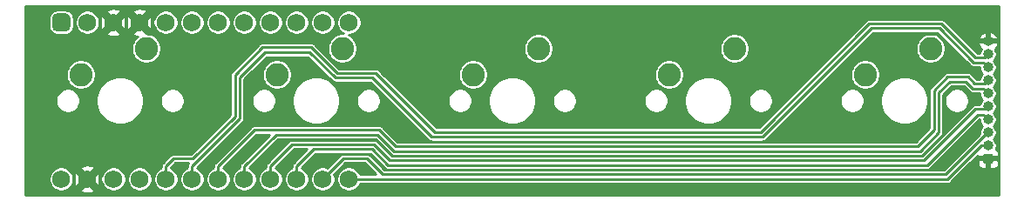
<source format=gbr>
%TF.GenerationSoftware,KiCad,Pcbnew,5.99.0+really5.1.10+dfsg1-1*%
%TF.CreationDate,2021-05-25T02:09:23-04:00*%
%TF.ProjectId,5x1,3578312e-6b69-4636-9164-5f7063625858,rev?*%
%TF.SameCoordinates,Original*%
%TF.FileFunction,Copper,L2,Bot*%
%TF.FilePolarity,Positive*%
%FSLAX46Y46*%
G04 Gerber Fmt 4.6, Leading zero omitted, Abs format (unit mm)*
G04 Created by KiCad (PCBNEW 5.99.0+really5.1.10+dfsg1-1) date 2021-05-25 02:09:23*
%MOMM*%
%LPD*%
G01*
G04 APERTURE LIST*
%TA.AperFunction,ComponentPad*%
%ADD10O,1.000000X1.000000*%
%TD*%
%TA.AperFunction,ComponentPad*%
%ADD11C,2.250000*%
%TD*%
%TA.AperFunction,ComponentPad*%
%ADD12C,1.752600*%
%TD*%
%TA.AperFunction,ViaPad*%
%ADD13C,0.800000*%
%TD*%
%TA.AperFunction,Conductor*%
%ADD14C,0.254000*%
%TD*%
%TA.AperFunction,Conductor*%
%ADD15C,0.381000*%
%TD*%
%TA.AperFunction,Conductor*%
%ADD16C,0.762000*%
%TD*%
%TA.AperFunction,Conductor*%
%ADD17C,0.304800*%
%TD*%
%TA.AperFunction,Conductor*%
%ADD18C,0.203200*%
%TD*%
%TA.AperFunction,Conductor*%
%ADD19C,0.508000*%
%TD*%
%TA.AperFunction,Conductor*%
%ADD20C,0.150000*%
%TD*%
G04 APERTURE END LIST*
D10*
%TO.P,J1,10*%
%TO.N,GND*%
X93853000Y-3746500D03*
%TO.P,J1,9*%
%TO.N,Net-(J1-Pad9)*%
X93853000Y-5016500D03*
%TO.P,J1,8*%
%TO.N,Net-(J1-Pad8)*%
X93853000Y-6286500D03*
%TO.P,J1,7*%
%TO.N,Net-(J1-Pad7)*%
X93853000Y-7556500D03*
%TO.P,J1,6*%
%TO.N,Net-(J1-Pad6)*%
X93853000Y-8826500D03*
%TO.P,J1,5*%
%TO.N,Net-(J1-Pad5)*%
X93853000Y-10096500D03*
%TO.P,J1,4*%
%TO.N,Net-(J1-Pad4)*%
X93853000Y-11366500D03*
%TO.P,J1,3*%
%TO.N,Net-(J1-Pad3)*%
X93853000Y-12636500D03*
%TO.P,J1,2*%
%TO.N,Net-(J1-Pad2)*%
X93853000Y-13906500D03*
%TO.P,J1,1*%
%TO.N,GND*%
%TA.AperFunction,ComponentPad*%
G36*
G01*
X94353000Y-14926500D02*
X94353000Y-15426500D01*
G75*
G02*
X94103000Y-15676500I-250000J0D01*
G01*
X93603000Y-15676500D01*
G75*
G02*
X93353000Y-15426500I0J250000D01*
G01*
X93353000Y-14926500D01*
G75*
G02*
X93603000Y-14676500I250000J0D01*
G01*
X94103000Y-14676500D01*
G75*
G02*
X94353000Y-14926500I0J-250000D01*
G01*
G37*
%TD.AperFunction*%
%TD*%
D11*
%TO.P,MX_3,2*%
%TO.N,R3*%
X69215000Y-4445000D03*
%TO.P,MX_3,1*%
%TO.N,C3*%
X62865000Y-6985000D03*
%TD*%
%TO.P,MX_2,2*%
%TO.N,R2*%
X50165000Y-4445000D03*
%TO.P,MX_2,1*%
%TO.N,C2*%
X43815000Y-6985000D03*
%TD*%
%TO.P,MX_0,2*%
%TO.N,R0*%
X12065000Y-4445000D03*
%TO.P,MX_0,1*%
%TO.N,C0*%
X5715000Y-6985000D03*
%TD*%
%TO.P,MX_1,2*%
%TO.N,R1*%
X31115000Y-4445000D03*
%TO.P,MX_1,1*%
%TO.N,C1*%
X24765000Y-6985000D03*
%TD*%
%TO.P,MX_4,2*%
%TO.N,R4*%
X88265000Y-4445000D03*
%TO.P,MX_4,1*%
%TO.N,C4*%
X81915000Y-6985000D03*
%TD*%
D12*
%TO.P,U1,24*%
%TO.N,NC1*%
X3810000Y-17145000D03*
%TO.P,U1,12*%
%TO.N,R2*%
X31750000Y-1905000D03*
%TO.P,U1,23*%
%TO.N,GND*%
X6350000Y-17145000D03*
%TO.P,U1,22*%
%TO.N,NC2*%
X8890000Y-17145000D03*
%TO.P,U1,21*%
%TO.N,VCC*%
X11430000Y-17145000D03*
%TO.P,U1,20*%
%TO.N,Net-(J1-Pad9)*%
X13970000Y-17145000D03*
%TO.P,U1,19*%
%TO.N,Net-(J1-Pad8)*%
X16510000Y-17145000D03*
%TO.P,U1,18*%
%TO.N,Net-(J1-Pad7)*%
X19050000Y-17145000D03*
%TO.P,U1,17*%
%TO.N,Net-(J1-Pad6)*%
X21590000Y-17145000D03*
%TO.P,U1,16*%
%TO.N,Net-(J1-Pad5)*%
X24130000Y-17145000D03*
%TO.P,U1,15*%
%TO.N,Net-(J1-Pad4)*%
X26670000Y-17145000D03*
%TO.P,U1,14*%
%TO.N,Net-(J1-Pad3)*%
X29210000Y-17145000D03*
%TO.P,U1,13*%
%TO.N,Net-(J1-Pad2)*%
X31750000Y-17145000D03*
%TO.P,U1,11*%
%TO.N,R1*%
X29210000Y-1905000D03*
%TO.P,U1,10*%
%TO.N,C2*%
X26670000Y-1905000D03*
%TO.P,U1,9*%
%TO.N,C1*%
X24130000Y-1905000D03*
%TO.P,U1,8*%
%TO.N,R3*%
X21590000Y-1905000D03*
%TO.P,U1,7*%
%TO.N,C3*%
X19050000Y-1905000D03*
%TO.P,U1,6*%
%TO.N,R4*%
X16510000Y-1905000D03*
%TO.P,U1,5*%
%TO.N,C4*%
X13970000Y-1905000D03*
%TO.P,U1,4*%
%TO.N,GND*%
X11430000Y-1905000D03*
%TO.P,U1,3*%
X8890000Y-1905000D03*
%TO.P,U1,2*%
%TO.N,R0*%
X6350000Y-1905000D03*
%TO.P,U1,1*%
%TO.N,C0*%
%TA.AperFunction,ComponentPad*%
G36*
G01*
X2933700Y-2343150D02*
X2933700Y-1466850D01*
G75*
G02*
X3371850Y-1028700I438150J0D01*
G01*
X4248150Y-1028700D01*
G75*
G02*
X4686300Y-1466850I0J-438150D01*
G01*
X4686300Y-2343150D01*
G75*
G02*
X4248150Y-2781300I-438150J0D01*
G01*
X3371850Y-2781300D01*
G75*
G02*
X2933700Y-2343150I0J438150D01*
G01*
G37*
%TD.AperFunction*%
%TD*%
D13*
%TO.N,GND*%
X25400000Y-15875000D03*
X92773500Y-12001500D03*
X92837000Y-9461500D03*
X35560000Y-635000D03*
X38100000Y-635000D03*
X40640000Y-635000D03*
X43180000Y-635000D03*
X45720000Y-635000D03*
X48260000Y-635000D03*
X50800000Y-635000D03*
X53340000Y-635000D03*
X55880000Y-635000D03*
X58420000Y-635000D03*
X60960000Y-635000D03*
X63500000Y-635000D03*
X66040000Y-635000D03*
X68580000Y-635000D03*
X71120000Y-635000D03*
X73660000Y-635000D03*
X76200000Y-635000D03*
X78740000Y-635000D03*
X81280000Y-635000D03*
X83820000Y-635000D03*
X86360000Y-635000D03*
X88900000Y-635000D03*
X91440000Y-635000D03*
X93980000Y-635000D03*
X5715000Y-8763000D03*
X43815000Y-8763000D03*
X62865000Y-8763000D03*
X81915000Y-8763000D03*
X33020000Y-18415000D03*
X25400000Y-18415000D03*
X15240000Y-18415000D03*
X2540000Y-18415000D03*
X5080000Y-18415000D03*
X2540000Y-15875000D03*
X7620000Y-18415000D03*
X20320000Y-18415000D03*
X5080000Y-15875000D03*
X10160000Y-18415000D03*
X10160000Y-15875000D03*
X22860000Y-18415000D03*
X27940000Y-18415000D03*
X12700000Y-15875000D03*
X7620000Y-15875000D03*
X15240000Y-635000D03*
X17780000Y-635000D03*
X20320000Y-635000D03*
X22860000Y-635000D03*
X25336500Y-635000D03*
X27940000Y-635000D03*
X5080000Y-635000D03*
X2540000Y-635000D03*
X5080000Y-3175000D03*
X2540000Y-3175000D03*
X7620000Y-3175000D03*
X7620000Y-635000D03*
X10160000Y-3175000D03*
X15240000Y-3175000D03*
X17780000Y-3175000D03*
X20320000Y-3175000D03*
X22860000Y-3175000D03*
X25336500Y-3175000D03*
X27940000Y-3175000D03*
X10160000Y-635000D03*
X12700000Y-635000D03*
X32956500Y-635000D03*
X32956500Y-3175000D03*
X12700000Y-18415000D03*
X30480000Y-18415000D03*
X12890500Y-6096000D03*
X50990500Y-6096000D03*
X70040500Y-6096000D03*
X89090500Y-6096000D03*
X93980000Y-18415000D03*
X91440000Y-18415000D03*
X88900000Y-18415000D03*
X86360000Y-18415000D03*
X83820000Y-18415000D03*
X81280000Y-18415000D03*
X78740000Y-18415000D03*
X76200000Y-18415000D03*
X73660000Y-18415000D03*
X71120000Y-18415000D03*
X68580000Y-18415000D03*
X66040000Y-18415000D03*
X63500000Y-18415000D03*
X60960000Y-18415000D03*
X58420000Y-18415000D03*
X55880000Y-18415000D03*
X53340000Y-18415000D03*
X50800000Y-18415000D03*
X48260000Y-18415000D03*
X45720000Y-18415000D03*
X43180000Y-18415000D03*
X40640000Y-18415000D03*
X38100000Y-18415000D03*
X30480000Y-635000D03*
X35560000Y-18415000D03*
X2540000Y-13335000D03*
X2540000Y-10795000D03*
X2540000Y-8255000D03*
X2540000Y-5715000D03*
X15240000Y-15875000D03*
X17780000Y-18415000D03*
X17780000Y-15875000D03*
X20320000Y-15875000D03*
X22860000Y-15875000D03*
X93980000Y-1905000D03*
X93980000Y-17145000D03*
X92710000Y-635000D03*
X90170000Y-635000D03*
X87630000Y-635000D03*
X85090000Y-635000D03*
X82550000Y-635000D03*
X80010000Y-635000D03*
X77470000Y-635000D03*
X74930000Y-635000D03*
X72390000Y-635000D03*
X69850000Y-635000D03*
X67310000Y-635000D03*
X64770000Y-635000D03*
X62230000Y-635000D03*
X59690000Y-635000D03*
X57150000Y-635000D03*
X54610000Y-635000D03*
X52070000Y-635000D03*
X49530000Y-635000D03*
X46990000Y-635000D03*
X44450000Y-635000D03*
X41910000Y-635000D03*
X39370000Y-635000D03*
X34290000Y-635000D03*
X92710000Y-18415000D03*
X90170000Y-18415000D03*
X87630000Y-18415000D03*
X85090000Y-18415000D03*
X82550000Y-18415000D03*
X80010000Y-18415000D03*
X77470000Y-18415000D03*
X74930000Y-18415000D03*
X72390000Y-18415000D03*
X69850000Y-18415000D03*
X67310000Y-18415000D03*
X64770000Y-18415000D03*
X62230000Y-18415000D03*
X59690000Y-18415000D03*
X57150000Y-18415000D03*
X54610000Y-18415000D03*
X52070000Y-18415000D03*
X49530000Y-18415000D03*
X46990000Y-18415000D03*
X44450000Y-18415000D03*
X41910000Y-18415000D03*
X39370000Y-18415000D03*
X36830000Y-18415000D03*
X34290000Y-18415000D03*
X2540000Y-14605000D03*
X2540000Y-12065000D03*
X2540000Y-9525000D03*
X2540000Y-6985000D03*
X2540000Y-4445000D03*
X27946074Y-15881074D03*
X92837000Y-6921500D03*
X33020000Y-15875000D03*
X24765000Y-8763000D03*
X31940500Y-6096000D03*
X36830000Y-635000D03*
%TD*%
D14*
%TO.N,GND*%
X89566750Y-12731750D02*
X92837000Y-9461500D01*
X12946933Y-15875000D02*
X12700000Y-15875000D01*
D15*
X93980000Y-3619500D02*
X93853000Y-3746500D01*
X93980000Y-15303500D02*
X93853000Y-15176500D01*
D16*
X5080000Y-15875000D02*
X6350000Y-17145000D01*
X7620000Y-15875000D02*
X6350000Y-17145000D01*
X6350000Y-17145000D02*
X7620000Y-18415000D01*
X6350000Y-17145000D02*
X5080000Y-18415000D01*
D17*
X7620000Y-3175000D02*
X7620000Y-635000D01*
X10160000Y-635000D02*
X10160000Y-3175000D01*
D16*
X7620000Y-635000D02*
X8890000Y-1905000D01*
X10160000Y-635000D02*
X8890000Y-1905000D01*
X10160000Y-3175000D02*
X8890000Y-1905000D01*
X7620000Y-3175000D02*
X8890000Y-1905000D01*
X10160000Y-635000D02*
X11430000Y-1905000D01*
X12700000Y-635000D02*
X11430000Y-1905000D01*
X10160000Y-3175000D02*
X11430000Y-1905000D01*
D14*
X27940000Y-15887148D02*
X27946074Y-15881074D01*
D18*
X33020000Y-15875000D02*
X32927901Y-15967099D01*
D14*
X12700000Y-15621000D02*
X12700000Y-15875000D01*
X88908499Y-2992999D02*
X92437001Y-6521501D01*
X82732001Y-2992999D02*
X88908499Y-2992999D01*
X72234468Y-13490532D02*
X82732001Y-2992999D01*
X71656532Y-13490532D02*
X72234468Y-13490532D01*
D16*
X11430000Y-1905000D02*
X12263999Y-2738999D01*
X12263999Y-2738999D02*
X12647193Y-2738999D01*
D17*
X12700000Y-2931038D02*
X12700000Y-635000D01*
D14*
X92837000Y-6921500D02*
X92437001Y-6521501D01*
X92329000Y-12001500D02*
X88090448Y-16240052D01*
X92773500Y-12001500D02*
X92329000Y-12001500D01*
X88090448Y-16240052D02*
X87931552Y-16240052D01*
X89535000Y-12700000D02*
X89566750Y-12731750D01*
X91503500Y-8128000D02*
X90304068Y-8128000D01*
X89535000Y-8897068D02*
X89535000Y-12700000D01*
X92837000Y-9461500D02*
X91503500Y-8128000D01*
X90304068Y-8128000D02*
X89535000Y-8897068D01*
X92437001Y-6521501D02*
X89920863Y-6521501D01*
X86839468Y-13490532D02*
X71656532Y-13490532D01*
X88138000Y-12192000D02*
X86839468Y-13490532D01*
X89920863Y-6521501D02*
X88138000Y-8304364D01*
X88138000Y-8304364D02*
X88138000Y-12192000D01*
D17*
X5080000Y-15875000D02*
X5080000Y-18415000D01*
X7620000Y-15875000D02*
X7620000Y-18415000D01*
D19*
X93853000Y-15176500D02*
X92837000Y-15176500D01*
X93853000Y-3746500D02*
X92837000Y-3746500D01*
X93853000Y-3746500D02*
X93853000Y-2921000D01*
X93853000Y-3746500D02*
X94678500Y-3746500D01*
X93853000Y-15176500D02*
X93853000Y-16192500D01*
X93853000Y-15176500D02*
X94742000Y-15176500D01*
D14*
X34819102Y-11845901D02*
X36463733Y-13490532D01*
X21809099Y-11845901D02*
X34819102Y-11845901D01*
X17780000Y-15875000D02*
X21809099Y-11845901D01*
X25460455Y-13274545D02*
X22860000Y-15875000D01*
X34321317Y-13274545D02*
X25460455Y-13274545D01*
X35924790Y-14878018D02*
X34321317Y-13274545D01*
X87420479Y-14878019D02*
X35924790Y-14878018D01*
X89566750Y-12731750D02*
X87420479Y-14878019D01*
X33808090Y-14687522D02*
X35360620Y-16240052D01*
X29139626Y-14687522D02*
X33808090Y-14687522D01*
X35360620Y-16240052D02*
X87931552Y-16240052D01*
X27946074Y-15881074D02*
X29139626Y-14687522D01*
X36463733Y-13490532D02*
X38890532Y-13490532D01*
X38890532Y-13490532D02*
X71656532Y-13490532D01*
X40449499Y-12128499D02*
X34417000Y-6096000D01*
X71564501Y-12128499D02*
X40449499Y-12128499D01*
X82178510Y-1514490D02*
X71564501Y-12128499D01*
X34417000Y-6096000D02*
X31940500Y-6096000D01*
X89461990Y-1514490D02*
X82178510Y-1514490D01*
X91694000Y-3746500D02*
X89461990Y-1514490D01*
X92837000Y-3746500D02*
X91694000Y-3746500D01*
X27940000Y-3528864D02*
X27940000Y-3175000D01*
X30507136Y-6096000D02*
X27940000Y-3528864D01*
X31940500Y-6096000D02*
X30507136Y-6096000D01*
X27764945Y-5280011D02*
X23929989Y-5280011D01*
X30231934Y-7747000D02*
X27764945Y-5280011D01*
X33655962Y-7747000D02*
X30231934Y-7747000D01*
X39399494Y-13490532D02*
X33655962Y-7747000D01*
X38890532Y-13490532D02*
X39399494Y-13490532D01*
X23929989Y-5280011D02*
X21809099Y-7400901D01*
X21809099Y-7400901D02*
X21809099Y-11845901D01*
X92773500Y-13017500D02*
X92773500Y-12001500D01*
X89550948Y-16240052D02*
X92773500Y-13017500D01*
X87931552Y-16240052D02*
X89550948Y-16240052D01*
%TO.N,Net-(J1-Pad3)*%
X30086299Y-16268701D02*
X29210000Y-17145000D01*
X31213467Y-15141533D02*
X30086299Y-16268701D01*
X33479320Y-15141533D02*
X31213467Y-15141533D01*
X93853000Y-12636500D02*
X93796568Y-12636500D01*
X93796568Y-12636500D02*
X89739005Y-16694063D01*
X35031850Y-16694063D02*
X33479320Y-15141533D01*
X89739005Y-16694063D02*
X35031850Y-16694063D01*
%TO.N,Net-(J1-Pad9)*%
X13970000Y-15905725D02*
X13970000Y-17145000D01*
X23368000Y-4318000D02*
X20691489Y-6994511D01*
X20691489Y-11058511D02*
X16602001Y-15147999D01*
X28087070Y-4318000D02*
X23368000Y-4318000D01*
X34334478Y-6838978D02*
X30608048Y-6838978D01*
X14727726Y-15147999D02*
X13970000Y-15905725D01*
X93853000Y-5016500D02*
X93535500Y-5334000D01*
X93535500Y-5334000D02*
X92639432Y-5334000D01*
X40078010Y-12582510D02*
X34334478Y-6838978D01*
X92639432Y-5334000D02*
X89327921Y-2022489D01*
X89327921Y-2022489D02*
X82312578Y-2022490D01*
X82312578Y-2022490D02*
X71752558Y-12582510D01*
X71752558Y-12582510D02*
X40078010Y-12582510D01*
X30608048Y-6838978D02*
X28087070Y-4318000D01*
X20691489Y-6994511D02*
X20691489Y-11058511D01*
X16602001Y-15147999D02*
X14727726Y-15147999D01*
%TO.N,Net-(J1-Pad8)*%
X89090500Y-2476500D02*
X82500636Y-2476500D01*
X82500636Y-2476500D02*
X71940615Y-13036521D01*
X71940615Y-13036521D02*
X39770021Y-13036521D01*
X30419990Y-7292988D02*
X27953002Y-4826000D01*
X21145500Y-11270225D02*
X16510000Y-15905725D01*
X39770021Y-13036521D02*
X34026489Y-7292989D01*
X21145500Y-7239000D02*
X21145500Y-11270225D01*
X23558500Y-4826000D02*
X21145500Y-7239000D01*
X93853000Y-6286500D02*
X93354511Y-5788011D01*
X16510000Y-15905725D02*
X16510000Y-17145000D01*
X93354511Y-5788011D02*
X92402011Y-5788011D01*
X27953002Y-4826000D02*
X23558500Y-4826000D01*
X34026489Y-7292989D02*
X30419990Y-7292988D01*
X92402011Y-5788011D02*
X89090500Y-2476500D01*
%TO.N,Net-(J1-Pad7)*%
X93535500Y-7874000D02*
X93853000Y-7556500D01*
X91897230Y-7219980D02*
X92551250Y-7874000D01*
X89927954Y-7219980D02*
X91897230Y-7219980D01*
X88592011Y-8555923D02*
X89927954Y-7219980D01*
X92551250Y-7874000D02*
X93535500Y-7874000D01*
X87002071Y-13969997D02*
X88592011Y-12380057D01*
X34697654Y-12366523D02*
X36301128Y-13969997D01*
X22589202Y-12366523D02*
X34697654Y-12366523D01*
X88592011Y-12380057D02*
X88592011Y-8555923D01*
X19050000Y-15905725D02*
X22589202Y-12366523D01*
X36301128Y-13969997D02*
X87002071Y-13969997D01*
X19050000Y-17145000D02*
X19050000Y-15905725D01*
%TO.N,Net-(J1-Pad6)*%
X21590000Y-15905725D02*
X21590000Y-17145000D01*
X24675191Y-12820534D02*
X21590000Y-15905725D01*
X34509374Y-12820534D02*
X30640602Y-12820534D01*
X87232422Y-14424008D02*
X36112848Y-14424008D01*
X36112848Y-14424008D02*
X34509374Y-12820534D01*
X89046022Y-8743980D02*
X89046022Y-12610408D01*
X90116011Y-7673991D02*
X89046022Y-8743980D01*
X89046022Y-12610408D02*
X87232422Y-14424008D01*
X91691559Y-7673991D02*
X90116011Y-7673991D01*
X92345579Y-8328011D02*
X91691559Y-7673991D01*
X30640602Y-12820534D02*
X24675191Y-12820534D01*
X93354511Y-8328011D02*
X92345579Y-8328011D01*
X93853000Y-8826500D02*
X93354511Y-8328011D01*
%TO.N,Net-(J1-Pad5)*%
X92590067Y-10350500D02*
X93599000Y-10350500D01*
X87608537Y-15332030D02*
X92590067Y-10350500D01*
X35736734Y-15332030D02*
X87608537Y-15332030D01*
X30965774Y-13779500D02*
X34184206Y-13779502D01*
X34184206Y-13779502D02*
X35736734Y-15332030D01*
X26256225Y-13779500D02*
X30965774Y-13779500D01*
X93599000Y-10350500D02*
X93853000Y-10096500D01*
X24130000Y-15905725D02*
X26256225Y-13779500D01*
X24130000Y-17145000D02*
X24130000Y-15905725D01*
%TO.N,Net-(J1-Pad4)*%
X93853000Y-11366500D02*
X93354511Y-10868011D01*
X35548677Y-15786041D02*
X87902391Y-15786041D01*
X33996148Y-14233512D02*
X35548677Y-15786041D01*
X28342214Y-14233511D02*
X33996148Y-14233512D01*
X92821931Y-10866501D02*
X93353001Y-10866501D01*
X87902391Y-15786041D02*
X92821931Y-10866501D01*
X26670000Y-15905725D02*
X28342214Y-14233511D01*
X26670000Y-17145000D02*
X26670000Y-15905725D01*
%TO.N,Net-(J1-Pad2)*%
X31753071Y-17148071D02*
X31750000Y-17145000D01*
X89927062Y-17148074D02*
X31753071Y-17148071D01*
X93168636Y-13906500D02*
X89927062Y-17148074D01*
X93853000Y-13906500D02*
X93168636Y-13906500D01*
%TD*%
%TO.N,GND*%
X94894800Y-18694800D02*
X355200Y-18694800D01*
X355200Y-17026170D01*
X2603500Y-17026170D01*
X2603500Y-17263830D01*
X2649865Y-17496923D01*
X2740813Y-17716492D01*
X2872850Y-17914099D01*
X3040901Y-18082150D01*
X3238508Y-18214187D01*
X3458077Y-18305135D01*
X3691170Y-18351500D01*
X3928830Y-18351500D01*
X4161923Y-18305135D01*
X4381492Y-18214187D01*
X4578494Y-18082554D01*
X5502248Y-18082554D01*
X5584616Y-18306492D01*
X5825919Y-18433494D01*
X6087361Y-18510978D01*
X6358897Y-18535970D01*
X6630091Y-18507507D01*
X6890520Y-18426684D01*
X7115384Y-18306492D01*
X7197752Y-18082554D01*
X6350000Y-17234803D01*
X5502248Y-18082554D01*
X4578494Y-18082554D01*
X4579099Y-18082150D01*
X4747150Y-17914099D01*
X4879187Y-17716492D01*
X4970135Y-17496923D01*
X4986433Y-17414989D01*
X4987493Y-17425091D01*
X5068316Y-17685520D01*
X5188508Y-17910384D01*
X5412446Y-17992752D01*
X6260197Y-17145000D01*
X6439803Y-17145000D01*
X7287554Y-17992752D01*
X7511492Y-17910384D01*
X7638494Y-17669081D01*
X7713661Y-17415458D01*
X7729865Y-17496923D01*
X7820813Y-17716492D01*
X7952850Y-17914099D01*
X8120901Y-18082150D01*
X8318508Y-18214187D01*
X8538077Y-18305135D01*
X8771170Y-18351500D01*
X9008830Y-18351500D01*
X9241923Y-18305135D01*
X9461492Y-18214187D01*
X9659099Y-18082150D01*
X9827150Y-17914099D01*
X9959187Y-17716492D01*
X10050135Y-17496923D01*
X10096500Y-17263830D01*
X10096500Y-17026170D01*
X10223500Y-17026170D01*
X10223500Y-17263830D01*
X10269865Y-17496923D01*
X10360813Y-17716492D01*
X10492850Y-17914099D01*
X10660901Y-18082150D01*
X10858508Y-18214187D01*
X11078077Y-18305135D01*
X11311170Y-18351500D01*
X11548830Y-18351500D01*
X11781923Y-18305135D01*
X12001492Y-18214187D01*
X12199099Y-18082150D01*
X12367150Y-17914099D01*
X12499187Y-17716492D01*
X12590135Y-17496923D01*
X12636500Y-17263830D01*
X12636500Y-17026170D01*
X12763500Y-17026170D01*
X12763500Y-17263830D01*
X12809865Y-17496923D01*
X12900813Y-17716492D01*
X13032850Y-17914099D01*
X13200901Y-18082150D01*
X13398508Y-18214187D01*
X13618077Y-18305135D01*
X13851170Y-18351500D01*
X14088830Y-18351500D01*
X14321923Y-18305135D01*
X14541492Y-18214187D01*
X14739099Y-18082150D01*
X14907150Y-17914099D01*
X15039187Y-17716492D01*
X15130135Y-17496923D01*
X15176500Y-17263830D01*
X15176500Y-17026170D01*
X15130135Y-16793077D01*
X15039187Y-16573508D01*
X14907150Y-16375901D01*
X14739099Y-16207850D01*
X14541492Y-16075813D01*
X14474315Y-16047987D01*
X14917104Y-15605199D01*
X16165182Y-15605199D01*
X16128013Y-15650490D01*
X16085559Y-15729917D01*
X16059415Y-15816099D01*
X16052800Y-15883266D01*
X16052800Y-15883275D01*
X16050589Y-15905725D01*
X16052800Y-15928175D01*
X16052800Y-16028472D01*
X15938508Y-16075813D01*
X15740901Y-16207850D01*
X15572850Y-16375901D01*
X15440813Y-16573508D01*
X15349865Y-16793077D01*
X15303500Y-17026170D01*
X15303500Y-17263830D01*
X15349865Y-17496923D01*
X15440813Y-17716492D01*
X15572850Y-17914099D01*
X15740901Y-18082150D01*
X15938508Y-18214187D01*
X16158077Y-18305135D01*
X16391170Y-18351500D01*
X16628830Y-18351500D01*
X16861923Y-18305135D01*
X17081492Y-18214187D01*
X17279099Y-18082150D01*
X17447150Y-17914099D01*
X17579187Y-17716492D01*
X17670135Y-17496923D01*
X17716500Y-17263830D01*
X17716500Y-17026170D01*
X17670135Y-16793077D01*
X17579187Y-16573508D01*
X17447150Y-16375901D01*
X17279099Y-16207850D01*
X17081492Y-16075813D01*
X17014315Y-16047987D01*
X21452908Y-11609395D01*
X21470353Y-11595078D01*
X21527487Y-11525461D01*
X21569941Y-11446034D01*
X21596085Y-11359852D01*
X21602700Y-11292685D01*
X21602700Y-11292675D01*
X21604911Y-11270225D01*
X21602700Y-11247775D01*
X21602700Y-9406298D01*
X22289800Y-9406298D01*
X22289800Y-9643702D01*
X22336116Y-9876544D01*
X22426966Y-10095876D01*
X22558860Y-10293270D01*
X22726730Y-10461140D01*
X22924124Y-10593034D01*
X23143456Y-10683884D01*
X23376298Y-10730200D01*
X23613702Y-10730200D01*
X23846544Y-10683884D01*
X24065876Y-10593034D01*
X24263270Y-10461140D01*
X24431140Y-10293270D01*
X24563034Y-10095876D01*
X24653884Y-9876544D01*
X24700200Y-9643702D01*
X24700200Y-9406298D01*
X24678280Y-9296096D01*
X26250900Y-9296096D01*
X26250900Y-9753904D01*
X26340214Y-10202915D01*
X26515410Y-10625874D01*
X26769754Y-11006527D01*
X27093473Y-11330246D01*
X27474126Y-11584590D01*
X27897085Y-11759786D01*
X28346096Y-11849100D01*
X28803904Y-11849100D01*
X29252915Y-11759786D01*
X29675874Y-11584590D01*
X30056527Y-11330246D01*
X30380246Y-11006527D01*
X30634590Y-10625874D01*
X30809786Y-10202915D01*
X30899100Y-9753904D01*
X30899100Y-9406298D01*
X32449800Y-9406298D01*
X32449800Y-9643702D01*
X32496116Y-9876544D01*
X32586966Y-10095876D01*
X32718860Y-10293270D01*
X32886730Y-10461140D01*
X33084124Y-10593034D01*
X33303456Y-10683884D01*
X33536298Y-10730200D01*
X33773702Y-10730200D01*
X34006544Y-10683884D01*
X34225876Y-10593034D01*
X34423270Y-10461140D01*
X34591140Y-10293270D01*
X34723034Y-10095876D01*
X34813884Y-9876544D01*
X34860200Y-9643702D01*
X34860200Y-9406298D01*
X34813884Y-9173456D01*
X34723034Y-8954124D01*
X34591140Y-8756730D01*
X34423270Y-8588860D01*
X34225876Y-8456966D01*
X34006544Y-8366116D01*
X33773702Y-8319800D01*
X33536298Y-8319800D01*
X33303456Y-8366116D01*
X33084124Y-8456966D01*
X32886730Y-8588860D01*
X32718860Y-8756730D01*
X32586966Y-8954124D01*
X32496116Y-9173456D01*
X32449800Y-9406298D01*
X30899100Y-9406298D01*
X30899100Y-9296096D01*
X30809786Y-8847085D01*
X30634590Y-8424126D01*
X30380246Y-8043473D01*
X30056527Y-7719754D01*
X29675874Y-7465410D01*
X29252915Y-7290214D01*
X28803904Y-7200900D01*
X28346096Y-7200900D01*
X27897085Y-7290214D01*
X27474126Y-7465410D01*
X27093473Y-7719754D01*
X26769754Y-8043473D01*
X26515410Y-8424126D01*
X26340214Y-8847085D01*
X26250900Y-9296096D01*
X24678280Y-9296096D01*
X24653884Y-9173456D01*
X24563034Y-8954124D01*
X24431140Y-8756730D01*
X24263270Y-8588860D01*
X24065876Y-8456966D01*
X23846544Y-8366116D01*
X23613702Y-8319800D01*
X23376298Y-8319800D01*
X23143456Y-8366116D01*
X22924124Y-8456966D01*
X22726730Y-8588860D01*
X22558860Y-8756730D01*
X22426966Y-8954124D01*
X22336116Y-9173456D01*
X22289800Y-9406298D01*
X21602700Y-9406298D01*
X21602700Y-7428377D01*
X22189402Y-6841675D01*
X23309800Y-6841675D01*
X23309800Y-7128325D01*
X23365723Y-7409466D01*
X23475419Y-7674296D01*
X23634672Y-7912636D01*
X23837364Y-8115328D01*
X24075704Y-8274581D01*
X24340534Y-8384277D01*
X24621675Y-8440200D01*
X24908325Y-8440200D01*
X25189466Y-8384277D01*
X25454296Y-8274581D01*
X25692636Y-8115328D01*
X25895328Y-7912636D01*
X26054581Y-7674296D01*
X26164277Y-7409466D01*
X26220200Y-7128325D01*
X26220200Y-6841675D01*
X26164277Y-6560534D01*
X26054581Y-6295704D01*
X25895328Y-6057364D01*
X25692636Y-5854672D01*
X25454296Y-5695419D01*
X25189466Y-5585723D01*
X24908325Y-5529800D01*
X24621675Y-5529800D01*
X24340534Y-5585723D01*
X24075704Y-5695419D01*
X23837364Y-5854672D01*
X23634672Y-6057364D01*
X23475419Y-6295704D01*
X23365723Y-6560534D01*
X23309800Y-6841675D01*
X22189402Y-6841675D01*
X23747878Y-5283200D01*
X27763625Y-5283200D01*
X30080825Y-7600401D01*
X30095137Y-7617840D01*
X30112576Y-7632152D01*
X30112582Y-7632158D01*
X30164754Y-7674975D01*
X30244180Y-7717428D01*
X30330363Y-7743572D01*
X30419990Y-7752399D01*
X30442450Y-7750187D01*
X33837112Y-7750189D01*
X39430851Y-13343929D01*
X39445168Y-13361374D01*
X39514785Y-13418508D01*
X39594212Y-13460962D01*
X39680394Y-13487106D01*
X39747561Y-13493721D01*
X39747571Y-13493721D01*
X39770021Y-13495932D01*
X39792471Y-13493721D01*
X71918165Y-13493721D01*
X71940615Y-13495932D01*
X71963065Y-13493721D01*
X71963075Y-13493721D01*
X72030242Y-13487106D01*
X72116424Y-13460962D01*
X72195851Y-13418508D01*
X72265468Y-13361374D01*
X72279789Y-13343924D01*
X76217415Y-9406298D01*
X79439800Y-9406298D01*
X79439800Y-9643702D01*
X79486116Y-9876544D01*
X79576966Y-10095876D01*
X79708860Y-10293270D01*
X79876730Y-10461140D01*
X80074124Y-10593034D01*
X80293456Y-10683884D01*
X80526298Y-10730200D01*
X80763702Y-10730200D01*
X80996544Y-10683884D01*
X81215876Y-10593034D01*
X81413270Y-10461140D01*
X81581140Y-10293270D01*
X81713034Y-10095876D01*
X81803884Y-9876544D01*
X81850200Y-9643702D01*
X81850200Y-9406298D01*
X81828280Y-9296096D01*
X83400900Y-9296096D01*
X83400900Y-9753904D01*
X83490214Y-10202915D01*
X83665410Y-10625874D01*
X83919754Y-11006527D01*
X84243473Y-11330246D01*
X84624126Y-11584590D01*
X85047085Y-11759786D01*
X85496096Y-11849100D01*
X85953904Y-11849100D01*
X86402915Y-11759786D01*
X86825874Y-11584590D01*
X87206527Y-11330246D01*
X87530246Y-11006527D01*
X87784590Y-10625874D01*
X87959786Y-10202915D01*
X88049100Y-9753904D01*
X88049100Y-9296096D01*
X87959786Y-8847085D01*
X87784590Y-8424126D01*
X87530246Y-8043473D01*
X87206527Y-7719754D01*
X86825874Y-7465410D01*
X86402915Y-7290214D01*
X85953904Y-7200900D01*
X85496096Y-7200900D01*
X85047085Y-7290214D01*
X84624126Y-7465410D01*
X84243473Y-7719754D01*
X83919754Y-8043473D01*
X83665410Y-8424126D01*
X83490214Y-8847085D01*
X83400900Y-9296096D01*
X81828280Y-9296096D01*
X81803884Y-9173456D01*
X81713034Y-8954124D01*
X81581140Y-8756730D01*
X81413270Y-8588860D01*
X81215876Y-8456966D01*
X80996544Y-8366116D01*
X80763702Y-8319800D01*
X80526298Y-8319800D01*
X80293456Y-8366116D01*
X80074124Y-8456966D01*
X79876730Y-8588860D01*
X79708860Y-8756730D01*
X79576966Y-8954124D01*
X79486116Y-9173456D01*
X79439800Y-9406298D01*
X76217415Y-9406298D01*
X78782038Y-6841675D01*
X80459800Y-6841675D01*
X80459800Y-7128325D01*
X80515723Y-7409466D01*
X80625419Y-7674296D01*
X80784672Y-7912636D01*
X80987364Y-8115328D01*
X81225704Y-8274581D01*
X81490534Y-8384277D01*
X81771675Y-8440200D01*
X82058325Y-8440200D01*
X82339466Y-8384277D01*
X82604296Y-8274581D01*
X82842636Y-8115328D01*
X83045328Y-7912636D01*
X83204581Y-7674296D01*
X83314277Y-7409466D01*
X83370200Y-7128325D01*
X83370200Y-6841675D01*
X83314277Y-6560534D01*
X83204581Y-6295704D01*
X83045328Y-6057364D01*
X82842636Y-5854672D01*
X82604296Y-5695419D01*
X82339466Y-5585723D01*
X82058325Y-5529800D01*
X81771675Y-5529800D01*
X81490534Y-5585723D01*
X81225704Y-5695419D01*
X80987364Y-5854672D01*
X80784672Y-6057364D01*
X80625419Y-6295704D01*
X80515723Y-6560534D01*
X80459800Y-6841675D01*
X78782038Y-6841675D01*
X81322038Y-4301675D01*
X86809800Y-4301675D01*
X86809800Y-4588325D01*
X86865723Y-4869466D01*
X86975419Y-5134296D01*
X87134672Y-5372636D01*
X87337364Y-5575328D01*
X87575704Y-5734581D01*
X87840534Y-5844277D01*
X88121675Y-5900200D01*
X88408325Y-5900200D01*
X88689466Y-5844277D01*
X88954296Y-5734581D01*
X89192636Y-5575328D01*
X89395328Y-5372636D01*
X89554581Y-5134296D01*
X89664277Y-4869466D01*
X89720200Y-4588325D01*
X89720200Y-4301675D01*
X89664277Y-4020534D01*
X89554581Y-3755704D01*
X89395328Y-3517364D01*
X89192636Y-3314672D01*
X88954296Y-3155419D01*
X88689466Y-3045723D01*
X88408325Y-2989800D01*
X88121675Y-2989800D01*
X87840534Y-3045723D01*
X87575704Y-3155419D01*
X87337364Y-3314672D01*
X87134672Y-3517364D01*
X86975419Y-3755704D01*
X86865723Y-4020534D01*
X86809800Y-4301675D01*
X81322038Y-4301675D01*
X82690014Y-2933700D01*
X88901123Y-2933700D01*
X92062846Y-6095425D01*
X92077158Y-6112864D01*
X92094597Y-6127176D01*
X92094603Y-6127182D01*
X92146775Y-6169998D01*
X92226201Y-6212452D01*
X92246260Y-6218537D01*
X92312384Y-6238596D01*
X92379551Y-6245211D01*
X92379561Y-6245211D01*
X92402011Y-6247422D01*
X92424461Y-6245211D01*
X93022800Y-6245211D01*
X93022800Y-6368268D01*
X93054704Y-6528660D01*
X93117286Y-6679747D01*
X93208142Y-6815722D01*
X93313920Y-6921500D01*
X93208142Y-7027278D01*
X93117286Y-7163253D01*
X93054704Y-7314340D01*
X93034323Y-7416800D01*
X92740628Y-7416800D01*
X92236404Y-6912577D01*
X92222083Y-6895127D01*
X92152466Y-6837993D01*
X92073039Y-6795539D01*
X91986857Y-6769395D01*
X91919690Y-6762780D01*
X91919680Y-6762780D01*
X91897230Y-6760569D01*
X91874780Y-6762780D01*
X89950404Y-6762780D01*
X89927954Y-6760569D01*
X89905504Y-6762780D01*
X89905494Y-6762780D01*
X89838327Y-6769395D01*
X89775629Y-6788415D01*
X89752144Y-6795539D01*
X89672718Y-6837993D01*
X89620546Y-6880809D01*
X89620540Y-6880815D01*
X89603101Y-6895127D01*
X89588789Y-6912566D01*
X88284603Y-8216754D01*
X88267159Y-8231070D01*
X88252842Y-8248515D01*
X88252841Y-8248516D01*
X88210024Y-8300688D01*
X88177257Y-8361993D01*
X88167571Y-8380114D01*
X88144258Y-8456966D01*
X88141427Y-8466297D01*
X88132600Y-8555923D01*
X88134812Y-8578383D01*
X88134811Y-12190678D01*
X86812694Y-13512797D01*
X36490507Y-13512797D01*
X35036828Y-12059120D01*
X35022507Y-12041670D01*
X34952890Y-11984536D01*
X34873463Y-11942082D01*
X34787281Y-11915938D01*
X34720114Y-11909323D01*
X34720104Y-11909323D01*
X34697654Y-11907112D01*
X34675204Y-11909323D01*
X22611651Y-11909323D01*
X22589201Y-11907112D01*
X22566751Y-11909323D01*
X22566742Y-11909323D01*
X22499575Y-11915938D01*
X22413393Y-11942082D01*
X22376419Y-11961845D01*
X22333965Y-11984536D01*
X22281794Y-12027353D01*
X22264349Y-12041670D01*
X22250032Y-12059115D01*
X18742593Y-15566555D01*
X18725148Y-15580872D01*
X18710831Y-15598317D01*
X18710830Y-15598318D01*
X18668014Y-15650489D01*
X18625560Y-15729916D01*
X18601482Y-15809290D01*
X18599416Y-15816099D01*
X18590589Y-15905725D01*
X18592801Y-15928184D01*
X18592801Y-16028472D01*
X18478508Y-16075813D01*
X18280901Y-16207850D01*
X18112850Y-16375901D01*
X17980813Y-16573508D01*
X17889865Y-16793077D01*
X17843500Y-17026170D01*
X17843500Y-17263830D01*
X17889865Y-17496923D01*
X17980813Y-17716492D01*
X18112850Y-17914099D01*
X18280901Y-18082150D01*
X18478508Y-18214187D01*
X18698077Y-18305135D01*
X18931170Y-18351500D01*
X19168830Y-18351500D01*
X19401923Y-18305135D01*
X19621492Y-18214187D01*
X19819099Y-18082150D01*
X19987150Y-17914099D01*
X20119187Y-17716492D01*
X20210135Y-17496923D01*
X20256500Y-17263830D01*
X20256500Y-17026170D01*
X20210135Y-16793077D01*
X20119187Y-16573508D01*
X19987150Y-16375901D01*
X19819099Y-16207850D01*
X19621492Y-16075813D01*
X19554315Y-16047987D01*
X22778580Y-12823723D01*
X24025424Y-12823723D01*
X21282597Y-15566551D01*
X21265147Y-15580872D01*
X21208013Y-15650490D01*
X21165559Y-15729917D01*
X21139415Y-15816099D01*
X21132800Y-15883266D01*
X21132800Y-15883275D01*
X21130589Y-15905725D01*
X21132800Y-15928175D01*
X21132800Y-16028472D01*
X21018508Y-16075813D01*
X20820901Y-16207850D01*
X20652850Y-16375901D01*
X20520813Y-16573508D01*
X20429865Y-16793077D01*
X20383500Y-17026170D01*
X20383500Y-17263830D01*
X20429865Y-17496923D01*
X20520813Y-17716492D01*
X20652850Y-17914099D01*
X20820901Y-18082150D01*
X21018508Y-18214187D01*
X21238077Y-18305135D01*
X21471170Y-18351500D01*
X21708830Y-18351500D01*
X21941923Y-18305135D01*
X22161492Y-18214187D01*
X22359099Y-18082150D01*
X22527150Y-17914099D01*
X22659187Y-17716492D01*
X22750135Y-17496923D01*
X22796500Y-17263830D01*
X22796500Y-17026170D01*
X22750135Y-16793077D01*
X22659187Y-16573508D01*
X22527150Y-16375901D01*
X22359099Y-16207850D01*
X22161492Y-16075813D01*
X22094315Y-16047987D01*
X24864569Y-13277734D01*
X34319997Y-13277734D01*
X34441319Y-13399056D01*
X34439441Y-13397515D01*
X34360015Y-13355062D01*
X34360005Y-13355059D01*
X34273833Y-13328918D01*
X34206666Y-13322303D01*
X34184206Y-13320091D01*
X34161747Y-13322303D01*
X30988234Y-13322300D01*
X26278674Y-13322300D01*
X26256224Y-13320089D01*
X26233774Y-13322300D01*
X26233765Y-13322300D01*
X26166598Y-13328915D01*
X26080416Y-13355059D01*
X26048321Y-13372214D01*
X26000988Y-13397513D01*
X25955560Y-13434796D01*
X25931372Y-13454647D01*
X25917055Y-13472092D01*
X23822593Y-15566555D01*
X23805148Y-15580872D01*
X23790831Y-15598317D01*
X23790830Y-15598318D01*
X23748014Y-15650489D01*
X23705560Y-15729916D01*
X23681482Y-15809290D01*
X23679416Y-15816099D01*
X23670589Y-15905725D01*
X23672801Y-15928184D01*
X23672801Y-16028472D01*
X23558508Y-16075813D01*
X23360901Y-16207850D01*
X23192850Y-16375901D01*
X23060813Y-16573508D01*
X22969865Y-16793077D01*
X22923500Y-17026170D01*
X22923500Y-17263830D01*
X22969865Y-17496923D01*
X23060813Y-17716492D01*
X23192850Y-17914099D01*
X23360901Y-18082150D01*
X23558508Y-18214187D01*
X23778077Y-18305135D01*
X24011170Y-18351500D01*
X24248830Y-18351500D01*
X24481923Y-18305135D01*
X24701492Y-18214187D01*
X24899099Y-18082150D01*
X25067150Y-17914099D01*
X25199187Y-17716492D01*
X25290135Y-17496923D01*
X25336500Y-17263830D01*
X25336500Y-17026170D01*
X25290135Y-16793077D01*
X25199187Y-16573508D01*
X25067150Y-16375901D01*
X24899099Y-16207850D01*
X24701492Y-16075813D01*
X24634315Y-16047987D01*
X26445603Y-14236700D01*
X27692446Y-14236700D01*
X26362592Y-15566555D01*
X26345148Y-15580872D01*
X26330831Y-15598317D01*
X26330830Y-15598318D01*
X26288014Y-15650489D01*
X26245560Y-15729916D01*
X26221482Y-15809290D01*
X26219416Y-15816099D01*
X26210589Y-15905725D01*
X26212801Y-15928184D01*
X26212801Y-16028472D01*
X26098508Y-16075813D01*
X25900901Y-16207850D01*
X25732850Y-16375901D01*
X25600813Y-16573508D01*
X25509865Y-16793077D01*
X25463500Y-17026170D01*
X25463500Y-17263830D01*
X25509865Y-17496923D01*
X25600813Y-17716492D01*
X25732850Y-17914099D01*
X25900901Y-18082150D01*
X26098508Y-18214187D01*
X26318077Y-18305135D01*
X26551170Y-18351500D01*
X26788830Y-18351500D01*
X27021923Y-18305135D01*
X27241492Y-18214187D01*
X27439099Y-18082150D01*
X27607150Y-17914099D01*
X27739187Y-17716492D01*
X27830135Y-17496923D01*
X27876500Y-17263830D01*
X27876500Y-17026170D01*
X27830135Y-16793077D01*
X27739187Y-16573508D01*
X27607150Y-16375901D01*
X27439099Y-16207850D01*
X27241492Y-16075813D01*
X27174315Y-16047987D01*
X28531594Y-14690710D01*
X31126247Y-14690711D01*
X31123840Y-14690948D01*
X31037658Y-14717092D01*
X31000973Y-14736700D01*
X30958230Y-14759546D01*
X30906059Y-14802363D01*
X30888614Y-14816680D01*
X30874297Y-14834125D01*
X29778896Y-15929527D01*
X29778891Y-15929531D01*
X29676216Y-16032206D01*
X29561923Y-15984865D01*
X29328830Y-15938500D01*
X29091170Y-15938500D01*
X28858077Y-15984865D01*
X28638508Y-16075813D01*
X28440901Y-16207850D01*
X28272850Y-16375901D01*
X28140813Y-16573508D01*
X28049865Y-16793077D01*
X28003500Y-17026170D01*
X28003500Y-17263830D01*
X28049865Y-17496923D01*
X28140813Y-17716492D01*
X28272850Y-17914099D01*
X28440901Y-18082150D01*
X28638508Y-18214187D01*
X28858077Y-18305135D01*
X29091170Y-18351500D01*
X29328830Y-18351500D01*
X29561923Y-18305135D01*
X29781492Y-18214187D01*
X29979099Y-18082150D01*
X30147150Y-17914099D01*
X30279187Y-17716492D01*
X30370135Y-17496923D01*
X30416500Y-17263830D01*
X30416500Y-17026170D01*
X30370135Y-16793077D01*
X30322794Y-16678784D01*
X30425469Y-16576109D01*
X30425473Y-16576104D01*
X31402845Y-15598733D01*
X33289943Y-15598733D01*
X34382080Y-16690871D01*
X32867800Y-16690871D01*
X32819187Y-16573508D01*
X32687150Y-16375901D01*
X32519099Y-16207850D01*
X32321492Y-16075813D01*
X32101923Y-15984865D01*
X31868830Y-15938500D01*
X31631170Y-15938500D01*
X31398077Y-15984865D01*
X31178508Y-16075813D01*
X30980901Y-16207850D01*
X30812850Y-16375901D01*
X30680813Y-16573508D01*
X30589865Y-16793077D01*
X30543500Y-17026170D01*
X30543500Y-17263830D01*
X30589865Y-17496923D01*
X30680813Y-17716492D01*
X30812850Y-17914099D01*
X30980901Y-18082150D01*
X31178508Y-18214187D01*
X31398077Y-18305135D01*
X31631170Y-18351500D01*
X31868830Y-18351500D01*
X32101923Y-18305135D01*
X32321492Y-18214187D01*
X32519099Y-18082150D01*
X32687150Y-17914099D01*
X32819187Y-17716492D01*
X32865256Y-17605270D01*
X89904612Y-17605274D01*
X89927062Y-17607485D01*
X89949512Y-17605274D01*
X89949521Y-17605274D01*
X90016688Y-17598659D01*
X90102870Y-17572515D01*
X90182297Y-17530061D01*
X90251914Y-17472927D01*
X90266231Y-17455482D01*
X92045213Y-15676500D01*
X92842542Y-15676500D01*
X92852350Y-15776085D01*
X92881398Y-15871844D01*
X92928570Y-15960095D01*
X92992052Y-16037448D01*
X93069405Y-16100930D01*
X93157656Y-16148102D01*
X93253415Y-16177150D01*
X93353000Y-16186958D01*
X93662500Y-16184500D01*
X93789500Y-16057500D01*
X93789500Y-15240000D01*
X93916500Y-15240000D01*
X93916500Y-16057500D01*
X94043500Y-16184500D01*
X94353000Y-16186958D01*
X94452585Y-16177150D01*
X94548344Y-16148102D01*
X94636595Y-16100930D01*
X94713948Y-16037448D01*
X94777430Y-15960095D01*
X94824602Y-15871844D01*
X94853650Y-15776085D01*
X94863458Y-15676500D01*
X94861000Y-15367000D01*
X94734000Y-15240000D01*
X93916500Y-15240000D01*
X93789500Y-15240000D01*
X92972000Y-15240000D01*
X92845000Y-15367000D01*
X92842542Y-15676500D01*
X92045213Y-15676500D01*
X92844139Y-14877575D01*
X92845000Y-14986000D01*
X92972000Y-15113000D01*
X93789500Y-15113000D01*
X93789500Y-15093000D01*
X93916500Y-15093000D01*
X93916500Y-15113000D01*
X94734000Y-15113000D01*
X94861000Y-14986000D01*
X94863458Y-14676500D01*
X94853650Y-14576915D01*
X94824602Y-14481156D01*
X94777430Y-14392905D01*
X94713948Y-14315552D01*
X94636595Y-14252070D01*
X94613562Y-14239758D01*
X94651296Y-14148660D01*
X94683200Y-13988268D01*
X94683200Y-13824732D01*
X94651296Y-13664340D01*
X94588714Y-13513253D01*
X94497858Y-13377278D01*
X94392080Y-13271500D01*
X94497858Y-13165722D01*
X94588714Y-13029747D01*
X94651296Y-12878660D01*
X94683200Y-12718268D01*
X94683200Y-12554732D01*
X94651296Y-12394340D01*
X94588714Y-12243253D01*
X94497858Y-12107278D01*
X94392080Y-12001500D01*
X94497858Y-11895722D01*
X94588714Y-11759747D01*
X94651296Y-11608660D01*
X94683200Y-11448268D01*
X94683200Y-11284732D01*
X94651296Y-11124340D01*
X94588714Y-10973253D01*
X94497858Y-10837278D01*
X94392080Y-10731500D01*
X94497858Y-10625722D01*
X94588714Y-10489747D01*
X94651296Y-10338660D01*
X94683200Y-10178268D01*
X94683200Y-10014732D01*
X94651296Y-9854340D01*
X94588714Y-9703253D01*
X94497858Y-9567278D01*
X94392080Y-9461500D01*
X94497858Y-9355722D01*
X94588714Y-9219747D01*
X94651296Y-9068660D01*
X94683200Y-8908268D01*
X94683200Y-8744732D01*
X94651296Y-8584340D01*
X94588714Y-8433253D01*
X94497858Y-8297278D01*
X94392080Y-8191500D01*
X94497858Y-8085722D01*
X94588714Y-7949747D01*
X94651296Y-7798660D01*
X94683200Y-7638268D01*
X94683200Y-7474732D01*
X94651296Y-7314340D01*
X94588714Y-7163253D01*
X94497858Y-7027278D01*
X94392080Y-6921500D01*
X94497858Y-6815722D01*
X94588714Y-6679747D01*
X94651296Y-6528660D01*
X94683200Y-6368268D01*
X94683200Y-6204732D01*
X94651296Y-6044340D01*
X94588714Y-5893253D01*
X94497858Y-5757278D01*
X94392080Y-5651500D01*
X94497858Y-5545722D01*
X94588714Y-5409747D01*
X94651296Y-5258660D01*
X94683200Y-5098268D01*
X94683200Y-4934732D01*
X94651296Y-4774340D01*
X94588714Y-4623253D01*
X94509626Y-4504890D01*
X94582503Y-4442125D01*
X94704196Y-4286440D01*
X94793178Y-4110005D01*
X94836679Y-3966591D01*
X94731709Y-3810000D01*
X93916500Y-3810000D01*
X93916500Y-3830000D01*
X93789500Y-3830000D01*
X93789500Y-3810000D01*
X92974291Y-3810000D01*
X92869321Y-3966591D01*
X92912822Y-4110005D01*
X93001804Y-4286440D01*
X93123497Y-4442125D01*
X93196374Y-4504890D01*
X93117286Y-4623253D01*
X93054704Y-4774340D01*
X93034323Y-4876800D01*
X92828811Y-4876800D01*
X91478420Y-3526409D01*
X92869321Y-3526409D01*
X92974291Y-3683000D01*
X93789500Y-3683000D01*
X93789500Y-2867499D01*
X93916500Y-2867499D01*
X93916500Y-3683000D01*
X94731709Y-3683000D01*
X94836679Y-3526409D01*
X94793178Y-3382995D01*
X94704196Y-3206560D01*
X94582503Y-3050875D01*
X94432776Y-2921922D01*
X94260769Y-2824657D01*
X94073091Y-2762818D01*
X93916500Y-2867499D01*
X93789500Y-2867499D01*
X93632909Y-2762818D01*
X93445231Y-2824657D01*
X93273224Y-2921922D01*
X93123497Y-3050875D01*
X93001804Y-3206560D01*
X92912822Y-3382995D01*
X92869321Y-3526409D01*
X91478420Y-3526409D01*
X89667090Y-1715081D01*
X89652773Y-1697636D01*
X89583156Y-1640502D01*
X89503729Y-1598048D01*
X89417547Y-1571904D01*
X89350380Y-1565289D01*
X89350371Y-1565289D01*
X89327921Y-1563078D01*
X89305471Y-1565289D01*
X82335040Y-1565291D01*
X82312578Y-1563079D01*
X82222951Y-1571905D01*
X82136768Y-1598049D01*
X82057342Y-1640503D01*
X82005170Y-1683319D01*
X82005159Y-1683330D01*
X81987725Y-1697638D01*
X81973417Y-1715072D01*
X71563181Y-12125310D01*
X40267388Y-12125310D01*
X37548376Y-9406298D01*
X41339800Y-9406298D01*
X41339800Y-9643702D01*
X41386116Y-9876544D01*
X41476966Y-10095876D01*
X41608860Y-10293270D01*
X41776730Y-10461140D01*
X41974124Y-10593034D01*
X42193456Y-10683884D01*
X42426298Y-10730200D01*
X42663702Y-10730200D01*
X42896544Y-10683884D01*
X43115876Y-10593034D01*
X43313270Y-10461140D01*
X43481140Y-10293270D01*
X43613034Y-10095876D01*
X43703884Y-9876544D01*
X43750200Y-9643702D01*
X43750200Y-9406298D01*
X43728280Y-9296096D01*
X45300900Y-9296096D01*
X45300900Y-9753904D01*
X45390214Y-10202915D01*
X45565410Y-10625874D01*
X45819754Y-11006527D01*
X46143473Y-11330246D01*
X46524126Y-11584590D01*
X46947085Y-11759786D01*
X47396096Y-11849100D01*
X47853904Y-11849100D01*
X48302915Y-11759786D01*
X48725874Y-11584590D01*
X49106527Y-11330246D01*
X49430246Y-11006527D01*
X49684590Y-10625874D01*
X49859786Y-10202915D01*
X49949100Y-9753904D01*
X49949100Y-9406298D01*
X51499800Y-9406298D01*
X51499800Y-9643702D01*
X51546116Y-9876544D01*
X51636966Y-10095876D01*
X51768860Y-10293270D01*
X51936730Y-10461140D01*
X52134124Y-10593034D01*
X52353456Y-10683884D01*
X52586298Y-10730200D01*
X52823702Y-10730200D01*
X53056544Y-10683884D01*
X53275876Y-10593034D01*
X53473270Y-10461140D01*
X53641140Y-10293270D01*
X53773034Y-10095876D01*
X53863884Y-9876544D01*
X53910200Y-9643702D01*
X53910200Y-9406298D01*
X60389800Y-9406298D01*
X60389800Y-9643702D01*
X60436116Y-9876544D01*
X60526966Y-10095876D01*
X60658860Y-10293270D01*
X60826730Y-10461140D01*
X61024124Y-10593034D01*
X61243456Y-10683884D01*
X61476298Y-10730200D01*
X61713702Y-10730200D01*
X61946544Y-10683884D01*
X62165876Y-10593034D01*
X62363270Y-10461140D01*
X62531140Y-10293270D01*
X62663034Y-10095876D01*
X62753884Y-9876544D01*
X62800200Y-9643702D01*
X62800200Y-9406298D01*
X62778280Y-9296096D01*
X64350900Y-9296096D01*
X64350900Y-9753904D01*
X64440214Y-10202915D01*
X64615410Y-10625874D01*
X64869754Y-11006527D01*
X65193473Y-11330246D01*
X65574126Y-11584590D01*
X65997085Y-11759786D01*
X66446096Y-11849100D01*
X66903904Y-11849100D01*
X67352915Y-11759786D01*
X67775874Y-11584590D01*
X68156527Y-11330246D01*
X68480246Y-11006527D01*
X68734590Y-10625874D01*
X68909786Y-10202915D01*
X68999100Y-9753904D01*
X68999100Y-9406298D01*
X70549800Y-9406298D01*
X70549800Y-9643702D01*
X70596116Y-9876544D01*
X70686966Y-10095876D01*
X70818860Y-10293270D01*
X70986730Y-10461140D01*
X71184124Y-10593034D01*
X71403456Y-10683884D01*
X71636298Y-10730200D01*
X71873702Y-10730200D01*
X72106544Y-10683884D01*
X72325876Y-10593034D01*
X72523270Y-10461140D01*
X72691140Y-10293270D01*
X72823034Y-10095876D01*
X72913884Y-9876544D01*
X72960200Y-9643702D01*
X72960200Y-9406298D01*
X72913884Y-9173456D01*
X72823034Y-8954124D01*
X72691140Y-8756730D01*
X72523270Y-8588860D01*
X72325876Y-8456966D01*
X72106544Y-8366116D01*
X71873702Y-8319800D01*
X71636298Y-8319800D01*
X71403456Y-8366116D01*
X71184124Y-8456966D01*
X70986730Y-8588860D01*
X70818860Y-8756730D01*
X70686966Y-8954124D01*
X70596116Y-9173456D01*
X70549800Y-9406298D01*
X68999100Y-9406298D01*
X68999100Y-9296096D01*
X68909786Y-8847085D01*
X68734590Y-8424126D01*
X68480246Y-8043473D01*
X68156527Y-7719754D01*
X67775874Y-7465410D01*
X67352915Y-7290214D01*
X66903904Y-7200900D01*
X66446096Y-7200900D01*
X65997085Y-7290214D01*
X65574126Y-7465410D01*
X65193473Y-7719754D01*
X64869754Y-8043473D01*
X64615410Y-8424126D01*
X64440214Y-8847085D01*
X64350900Y-9296096D01*
X62778280Y-9296096D01*
X62753884Y-9173456D01*
X62663034Y-8954124D01*
X62531140Y-8756730D01*
X62363270Y-8588860D01*
X62165876Y-8456966D01*
X61946544Y-8366116D01*
X61713702Y-8319800D01*
X61476298Y-8319800D01*
X61243456Y-8366116D01*
X61024124Y-8456966D01*
X60826730Y-8588860D01*
X60658860Y-8756730D01*
X60526966Y-8954124D01*
X60436116Y-9173456D01*
X60389800Y-9406298D01*
X53910200Y-9406298D01*
X53863884Y-9173456D01*
X53773034Y-8954124D01*
X53641140Y-8756730D01*
X53473270Y-8588860D01*
X53275876Y-8456966D01*
X53056544Y-8366116D01*
X52823702Y-8319800D01*
X52586298Y-8319800D01*
X52353456Y-8366116D01*
X52134124Y-8456966D01*
X51936730Y-8588860D01*
X51768860Y-8756730D01*
X51636966Y-8954124D01*
X51546116Y-9173456D01*
X51499800Y-9406298D01*
X49949100Y-9406298D01*
X49949100Y-9296096D01*
X49859786Y-8847085D01*
X49684590Y-8424126D01*
X49430246Y-8043473D01*
X49106527Y-7719754D01*
X48725874Y-7465410D01*
X48302915Y-7290214D01*
X47853904Y-7200900D01*
X47396096Y-7200900D01*
X46947085Y-7290214D01*
X46524126Y-7465410D01*
X46143473Y-7719754D01*
X45819754Y-8043473D01*
X45565410Y-8424126D01*
X45390214Y-8847085D01*
X45300900Y-9296096D01*
X43728280Y-9296096D01*
X43703884Y-9173456D01*
X43613034Y-8954124D01*
X43481140Y-8756730D01*
X43313270Y-8588860D01*
X43115876Y-8456966D01*
X42896544Y-8366116D01*
X42663702Y-8319800D01*
X42426298Y-8319800D01*
X42193456Y-8366116D01*
X41974124Y-8456966D01*
X41776730Y-8588860D01*
X41608860Y-8756730D01*
X41476966Y-8954124D01*
X41386116Y-9173456D01*
X41339800Y-9406298D01*
X37548376Y-9406298D01*
X34983753Y-6841675D01*
X42359800Y-6841675D01*
X42359800Y-7128325D01*
X42415723Y-7409466D01*
X42525419Y-7674296D01*
X42684672Y-7912636D01*
X42887364Y-8115328D01*
X43125704Y-8274581D01*
X43390534Y-8384277D01*
X43671675Y-8440200D01*
X43958325Y-8440200D01*
X44239466Y-8384277D01*
X44504296Y-8274581D01*
X44742636Y-8115328D01*
X44945328Y-7912636D01*
X45104581Y-7674296D01*
X45214277Y-7409466D01*
X45270200Y-7128325D01*
X45270200Y-6841675D01*
X61409800Y-6841675D01*
X61409800Y-7128325D01*
X61465723Y-7409466D01*
X61575419Y-7674296D01*
X61734672Y-7912636D01*
X61937364Y-8115328D01*
X62175704Y-8274581D01*
X62440534Y-8384277D01*
X62721675Y-8440200D01*
X63008325Y-8440200D01*
X63289466Y-8384277D01*
X63554296Y-8274581D01*
X63792636Y-8115328D01*
X63995328Y-7912636D01*
X64154581Y-7674296D01*
X64264277Y-7409466D01*
X64320200Y-7128325D01*
X64320200Y-6841675D01*
X64264277Y-6560534D01*
X64154581Y-6295704D01*
X63995328Y-6057364D01*
X63792636Y-5854672D01*
X63554296Y-5695419D01*
X63289466Y-5585723D01*
X63008325Y-5529800D01*
X62721675Y-5529800D01*
X62440534Y-5585723D01*
X62175704Y-5695419D01*
X61937364Y-5854672D01*
X61734672Y-6057364D01*
X61575419Y-6295704D01*
X61465723Y-6560534D01*
X61409800Y-6841675D01*
X45270200Y-6841675D01*
X45214277Y-6560534D01*
X45104581Y-6295704D01*
X44945328Y-6057364D01*
X44742636Y-5854672D01*
X44504296Y-5695419D01*
X44239466Y-5585723D01*
X43958325Y-5529800D01*
X43671675Y-5529800D01*
X43390534Y-5585723D01*
X43125704Y-5695419D01*
X42887364Y-5854672D01*
X42684672Y-6057364D01*
X42525419Y-6295704D01*
X42415723Y-6560534D01*
X42359800Y-6841675D01*
X34983753Y-6841675D01*
X34673652Y-6531575D01*
X34659331Y-6514125D01*
X34589714Y-6456991D01*
X34510287Y-6414537D01*
X34424105Y-6388393D01*
X34356938Y-6381778D01*
X34356928Y-6381778D01*
X34334478Y-6379567D01*
X34312028Y-6381778D01*
X30797426Y-6381778D01*
X28717323Y-4301675D01*
X29659800Y-4301675D01*
X29659800Y-4588325D01*
X29715723Y-4869466D01*
X29825419Y-5134296D01*
X29984672Y-5372636D01*
X30187364Y-5575328D01*
X30425704Y-5734581D01*
X30690534Y-5844277D01*
X30971675Y-5900200D01*
X31258325Y-5900200D01*
X31539466Y-5844277D01*
X31804296Y-5734581D01*
X32042636Y-5575328D01*
X32245328Y-5372636D01*
X32404581Y-5134296D01*
X32514277Y-4869466D01*
X32570200Y-4588325D01*
X32570200Y-4301675D01*
X48709800Y-4301675D01*
X48709800Y-4588325D01*
X48765723Y-4869466D01*
X48875419Y-5134296D01*
X49034672Y-5372636D01*
X49237364Y-5575328D01*
X49475704Y-5734581D01*
X49740534Y-5844277D01*
X50021675Y-5900200D01*
X50308325Y-5900200D01*
X50589466Y-5844277D01*
X50854296Y-5734581D01*
X51092636Y-5575328D01*
X51295328Y-5372636D01*
X51454581Y-5134296D01*
X51564277Y-4869466D01*
X51620200Y-4588325D01*
X51620200Y-4301675D01*
X67759800Y-4301675D01*
X67759800Y-4588325D01*
X67815723Y-4869466D01*
X67925419Y-5134296D01*
X68084672Y-5372636D01*
X68287364Y-5575328D01*
X68525704Y-5734581D01*
X68790534Y-5844277D01*
X69071675Y-5900200D01*
X69358325Y-5900200D01*
X69639466Y-5844277D01*
X69904296Y-5734581D01*
X70142636Y-5575328D01*
X70345328Y-5372636D01*
X70504581Y-5134296D01*
X70614277Y-4869466D01*
X70670200Y-4588325D01*
X70670200Y-4301675D01*
X70614277Y-4020534D01*
X70504581Y-3755704D01*
X70345328Y-3517364D01*
X70142636Y-3314672D01*
X69904296Y-3155419D01*
X69639466Y-3045723D01*
X69358325Y-2989800D01*
X69071675Y-2989800D01*
X68790534Y-3045723D01*
X68525704Y-3155419D01*
X68287364Y-3314672D01*
X68084672Y-3517364D01*
X67925419Y-3755704D01*
X67815723Y-4020534D01*
X67759800Y-4301675D01*
X51620200Y-4301675D01*
X51564277Y-4020534D01*
X51454581Y-3755704D01*
X51295328Y-3517364D01*
X51092636Y-3314672D01*
X50854296Y-3155419D01*
X50589466Y-3045723D01*
X50308325Y-2989800D01*
X50021675Y-2989800D01*
X49740534Y-3045723D01*
X49475704Y-3155419D01*
X49237364Y-3314672D01*
X49034672Y-3517364D01*
X48875419Y-3755704D01*
X48765723Y-4020534D01*
X48709800Y-4301675D01*
X32570200Y-4301675D01*
X32514277Y-4020534D01*
X32404581Y-3755704D01*
X32245328Y-3517364D01*
X32042636Y-3314672D01*
X31804296Y-3155419D01*
X31698266Y-3111500D01*
X31868830Y-3111500D01*
X32101923Y-3065135D01*
X32321492Y-2974187D01*
X32519099Y-2842150D01*
X32687150Y-2674099D01*
X32819187Y-2476492D01*
X32910135Y-2256923D01*
X32956500Y-2023830D01*
X32956500Y-1786170D01*
X32910135Y-1553077D01*
X32819187Y-1333508D01*
X32687150Y-1135901D01*
X32519099Y-967850D01*
X32321492Y-835813D01*
X32101923Y-744865D01*
X31868830Y-698500D01*
X31631170Y-698500D01*
X31398077Y-744865D01*
X31178508Y-835813D01*
X30980901Y-967850D01*
X30812850Y-1135901D01*
X30680813Y-1333508D01*
X30589865Y-1553077D01*
X30543500Y-1786170D01*
X30543500Y-2023830D01*
X30589865Y-2256923D01*
X30680813Y-2476492D01*
X30812850Y-2674099D01*
X30980901Y-2842150D01*
X31178508Y-2974187D01*
X31216201Y-2989800D01*
X30971675Y-2989800D01*
X30690534Y-3045723D01*
X30425704Y-3155419D01*
X30187364Y-3314672D01*
X29984672Y-3517364D01*
X29825419Y-3755704D01*
X29715723Y-4020534D01*
X29659800Y-4301675D01*
X28717323Y-4301675D01*
X28426244Y-4010597D01*
X28411923Y-3993147D01*
X28342306Y-3936013D01*
X28262879Y-3893559D01*
X28176697Y-3867415D01*
X28109530Y-3860800D01*
X28109520Y-3860800D01*
X28087070Y-3858589D01*
X28064620Y-3860800D01*
X23390449Y-3860800D01*
X23367999Y-3858589D01*
X23345549Y-3860800D01*
X23345540Y-3860800D01*
X23278373Y-3867415D01*
X23192191Y-3893559D01*
X23112764Y-3936013D01*
X23043147Y-3993147D01*
X23028830Y-4010592D01*
X20384086Y-6655337D01*
X20366636Y-6669658D01*
X20309502Y-6739276D01*
X20267048Y-6818703D01*
X20240904Y-6904885D01*
X20234289Y-6972052D01*
X20234289Y-6972061D01*
X20232078Y-6994511D01*
X20234289Y-7016961D01*
X20234290Y-10869132D01*
X16412624Y-14690799D01*
X14750175Y-14690799D01*
X14727725Y-14688588D01*
X14705275Y-14690799D01*
X14705266Y-14690799D01*
X14638099Y-14697414D01*
X14551917Y-14723558D01*
X14527330Y-14736700D01*
X14472489Y-14766012D01*
X14428197Y-14802363D01*
X14402873Y-14823146D01*
X14388556Y-14840591D01*
X13662597Y-15566551D01*
X13645147Y-15580872D01*
X13588013Y-15650490D01*
X13545559Y-15729917D01*
X13519415Y-15816099D01*
X13512800Y-15883266D01*
X13512800Y-15883275D01*
X13510589Y-15905725D01*
X13512800Y-15928175D01*
X13512800Y-16028472D01*
X13398508Y-16075813D01*
X13200901Y-16207850D01*
X13032850Y-16375901D01*
X12900813Y-16573508D01*
X12809865Y-16793077D01*
X12763500Y-17026170D01*
X12636500Y-17026170D01*
X12590135Y-16793077D01*
X12499187Y-16573508D01*
X12367150Y-16375901D01*
X12199099Y-16207850D01*
X12001492Y-16075813D01*
X11781923Y-15984865D01*
X11548830Y-15938500D01*
X11311170Y-15938500D01*
X11078077Y-15984865D01*
X10858508Y-16075813D01*
X10660901Y-16207850D01*
X10492850Y-16375901D01*
X10360813Y-16573508D01*
X10269865Y-16793077D01*
X10223500Y-17026170D01*
X10096500Y-17026170D01*
X10050135Y-16793077D01*
X9959187Y-16573508D01*
X9827150Y-16375901D01*
X9659099Y-16207850D01*
X9461492Y-16075813D01*
X9241923Y-15984865D01*
X9008830Y-15938500D01*
X8771170Y-15938500D01*
X8538077Y-15984865D01*
X8318508Y-16075813D01*
X8120901Y-16207850D01*
X7952850Y-16375901D01*
X7820813Y-16573508D01*
X7729865Y-16793077D01*
X7713567Y-16875011D01*
X7712507Y-16864909D01*
X7631684Y-16604480D01*
X7511492Y-16379616D01*
X7287554Y-16297248D01*
X6439803Y-17145000D01*
X6260197Y-17145000D01*
X5412446Y-16297248D01*
X5188508Y-16379616D01*
X5061506Y-16620919D01*
X4986339Y-16874542D01*
X4970135Y-16793077D01*
X4879187Y-16573508D01*
X4747150Y-16375901D01*
X4579099Y-16207850D01*
X4578495Y-16207446D01*
X5502248Y-16207446D01*
X6350000Y-17055197D01*
X7197752Y-16207446D01*
X7115384Y-15983508D01*
X6874081Y-15856506D01*
X6612639Y-15779022D01*
X6341103Y-15754030D01*
X6069909Y-15782493D01*
X5809480Y-15863316D01*
X5584616Y-15983508D01*
X5502248Y-16207446D01*
X4578495Y-16207446D01*
X4381492Y-16075813D01*
X4161923Y-15984865D01*
X3928830Y-15938500D01*
X3691170Y-15938500D01*
X3458077Y-15984865D01*
X3238508Y-16075813D01*
X3040901Y-16207850D01*
X2872850Y-16375901D01*
X2740813Y-16573508D01*
X2649865Y-16793077D01*
X2603500Y-17026170D01*
X355200Y-17026170D01*
X355200Y-9406298D01*
X3239800Y-9406298D01*
X3239800Y-9643702D01*
X3286116Y-9876544D01*
X3376966Y-10095876D01*
X3508860Y-10293270D01*
X3676730Y-10461140D01*
X3874124Y-10593034D01*
X4093456Y-10683884D01*
X4326298Y-10730200D01*
X4563702Y-10730200D01*
X4796544Y-10683884D01*
X5015876Y-10593034D01*
X5213270Y-10461140D01*
X5381140Y-10293270D01*
X5513034Y-10095876D01*
X5603884Y-9876544D01*
X5650200Y-9643702D01*
X5650200Y-9406298D01*
X5628280Y-9296096D01*
X7200900Y-9296096D01*
X7200900Y-9753904D01*
X7290214Y-10202915D01*
X7465410Y-10625874D01*
X7719754Y-11006527D01*
X8043473Y-11330246D01*
X8424126Y-11584590D01*
X8847085Y-11759786D01*
X9296096Y-11849100D01*
X9753904Y-11849100D01*
X10202915Y-11759786D01*
X10625874Y-11584590D01*
X11006527Y-11330246D01*
X11330246Y-11006527D01*
X11584590Y-10625874D01*
X11759786Y-10202915D01*
X11849100Y-9753904D01*
X11849100Y-9406298D01*
X13399800Y-9406298D01*
X13399800Y-9643702D01*
X13446116Y-9876544D01*
X13536966Y-10095876D01*
X13668860Y-10293270D01*
X13836730Y-10461140D01*
X14034124Y-10593034D01*
X14253456Y-10683884D01*
X14486298Y-10730200D01*
X14723702Y-10730200D01*
X14956544Y-10683884D01*
X15175876Y-10593034D01*
X15373270Y-10461140D01*
X15541140Y-10293270D01*
X15673034Y-10095876D01*
X15763884Y-9876544D01*
X15810200Y-9643702D01*
X15810200Y-9406298D01*
X15763884Y-9173456D01*
X15673034Y-8954124D01*
X15541140Y-8756730D01*
X15373270Y-8588860D01*
X15175876Y-8456966D01*
X14956544Y-8366116D01*
X14723702Y-8319800D01*
X14486298Y-8319800D01*
X14253456Y-8366116D01*
X14034124Y-8456966D01*
X13836730Y-8588860D01*
X13668860Y-8756730D01*
X13536966Y-8954124D01*
X13446116Y-9173456D01*
X13399800Y-9406298D01*
X11849100Y-9406298D01*
X11849100Y-9296096D01*
X11759786Y-8847085D01*
X11584590Y-8424126D01*
X11330246Y-8043473D01*
X11006527Y-7719754D01*
X10625874Y-7465410D01*
X10202915Y-7290214D01*
X9753904Y-7200900D01*
X9296096Y-7200900D01*
X8847085Y-7290214D01*
X8424126Y-7465410D01*
X8043473Y-7719754D01*
X7719754Y-8043473D01*
X7465410Y-8424126D01*
X7290214Y-8847085D01*
X7200900Y-9296096D01*
X5628280Y-9296096D01*
X5603884Y-9173456D01*
X5513034Y-8954124D01*
X5381140Y-8756730D01*
X5213270Y-8588860D01*
X5015876Y-8456966D01*
X4796544Y-8366116D01*
X4563702Y-8319800D01*
X4326298Y-8319800D01*
X4093456Y-8366116D01*
X3874124Y-8456966D01*
X3676730Y-8588860D01*
X3508860Y-8756730D01*
X3376966Y-8954124D01*
X3286116Y-9173456D01*
X3239800Y-9406298D01*
X355200Y-9406298D01*
X355200Y-6841675D01*
X4259800Y-6841675D01*
X4259800Y-7128325D01*
X4315723Y-7409466D01*
X4425419Y-7674296D01*
X4584672Y-7912636D01*
X4787364Y-8115328D01*
X5025704Y-8274581D01*
X5290534Y-8384277D01*
X5571675Y-8440200D01*
X5858325Y-8440200D01*
X6139466Y-8384277D01*
X6404296Y-8274581D01*
X6642636Y-8115328D01*
X6845328Y-7912636D01*
X7004581Y-7674296D01*
X7114277Y-7409466D01*
X7170200Y-7128325D01*
X7170200Y-6841675D01*
X7114277Y-6560534D01*
X7004581Y-6295704D01*
X6845328Y-6057364D01*
X6642636Y-5854672D01*
X6404296Y-5695419D01*
X6139466Y-5585723D01*
X5858325Y-5529800D01*
X5571675Y-5529800D01*
X5290534Y-5585723D01*
X5025704Y-5695419D01*
X4787364Y-5854672D01*
X4584672Y-6057364D01*
X4425419Y-6295704D01*
X4315723Y-6560534D01*
X4259800Y-6841675D01*
X355200Y-6841675D01*
X355200Y-1466850D01*
X2601903Y-1466850D01*
X2601903Y-2343150D01*
X2616697Y-2493359D01*
X2660512Y-2637796D01*
X2731662Y-2770910D01*
X2827415Y-2887585D01*
X2944090Y-2983338D01*
X3077204Y-3054488D01*
X3221641Y-3098303D01*
X3371850Y-3113097D01*
X4248150Y-3113097D01*
X4398359Y-3098303D01*
X4542796Y-3054488D01*
X4675910Y-2983338D01*
X4792585Y-2887585D01*
X4888338Y-2770910D01*
X4959488Y-2637796D01*
X5003303Y-2493359D01*
X5018097Y-2343150D01*
X5018097Y-1786170D01*
X5143500Y-1786170D01*
X5143500Y-2023830D01*
X5189865Y-2256923D01*
X5280813Y-2476492D01*
X5412850Y-2674099D01*
X5580901Y-2842150D01*
X5778508Y-2974187D01*
X5998077Y-3065135D01*
X6231170Y-3111500D01*
X6468830Y-3111500D01*
X6701923Y-3065135D01*
X6921492Y-2974187D01*
X7118494Y-2842554D01*
X8042248Y-2842554D01*
X8124616Y-3066492D01*
X8365919Y-3193494D01*
X8627361Y-3270978D01*
X8898897Y-3295970D01*
X9170091Y-3267507D01*
X9430520Y-3186684D01*
X9655384Y-3066492D01*
X9737752Y-2842554D01*
X10582248Y-2842554D01*
X10664616Y-3066492D01*
X10905919Y-3193494D01*
X11167361Y-3270978D01*
X11198472Y-3273841D01*
X11137364Y-3314672D01*
X10934672Y-3517364D01*
X10775419Y-3755704D01*
X10665723Y-4020534D01*
X10609800Y-4301675D01*
X10609800Y-4588325D01*
X10665723Y-4869466D01*
X10775419Y-5134296D01*
X10934672Y-5372636D01*
X11137364Y-5575328D01*
X11375704Y-5734581D01*
X11640534Y-5844277D01*
X11921675Y-5900200D01*
X12208325Y-5900200D01*
X12489466Y-5844277D01*
X12754296Y-5734581D01*
X12992636Y-5575328D01*
X13195328Y-5372636D01*
X13354581Y-5134296D01*
X13464277Y-4869466D01*
X13520200Y-4588325D01*
X13520200Y-4301675D01*
X13464277Y-4020534D01*
X13354581Y-3755704D01*
X13195328Y-3517364D01*
X12992636Y-3314672D01*
X12754296Y-3155419D01*
X12489466Y-3045723D01*
X12222552Y-2992630D01*
X12277752Y-2842554D01*
X11430000Y-1994803D01*
X10582248Y-2842554D01*
X9737752Y-2842554D01*
X8890000Y-1994803D01*
X8042248Y-2842554D01*
X7118494Y-2842554D01*
X7119099Y-2842150D01*
X7287150Y-2674099D01*
X7419187Y-2476492D01*
X7510135Y-2256923D01*
X7526433Y-2174989D01*
X7527493Y-2185091D01*
X7608316Y-2445520D01*
X7728508Y-2670384D01*
X7952446Y-2752752D01*
X8800197Y-1905000D01*
X8979803Y-1905000D01*
X9827554Y-2752752D01*
X10051492Y-2670384D01*
X10159162Y-2465812D01*
X10268508Y-2670384D01*
X10492446Y-2752752D01*
X11340197Y-1905000D01*
X11519803Y-1905000D01*
X12367554Y-2752752D01*
X12591492Y-2670384D01*
X12718494Y-2429081D01*
X12793661Y-2175458D01*
X12809865Y-2256923D01*
X12900813Y-2476492D01*
X13032850Y-2674099D01*
X13200901Y-2842150D01*
X13398508Y-2974187D01*
X13618077Y-3065135D01*
X13851170Y-3111500D01*
X14088830Y-3111500D01*
X14321923Y-3065135D01*
X14541492Y-2974187D01*
X14739099Y-2842150D01*
X14907150Y-2674099D01*
X15039187Y-2476492D01*
X15130135Y-2256923D01*
X15176500Y-2023830D01*
X15176500Y-1786170D01*
X15303500Y-1786170D01*
X15303500Y-2023830D01*
X15349865Y-2256923D01*
X15440813Y-2476492D01*
X15572850Y-2674099D01*
X15740901Y-2842150D01*
X15938508Y-2974187D01*
X16158077Y-3065135D01*
X16391170Y-3111500D01*
X16628830Y-3111500D01*
X16861923Y-3065135D01*
X17081492Y-2974187D01*
X17279099Y-2842150D01*
X17447150Y-2674099D01*
X17579187Y-2476492D01*
X17670135Y-2256923D01*
X17716500Y-2023830D01*
X17716500Y-1786170D01*
X17843500Y-1786170D01*
X17843500Y-2023830D01*
X17889865Y-2256923D01*
X17980813Y-2476492D01*
X18112850Y-2674099D01*
X18280901Y-2842150D01*
X18478508Y-2974187D01*
X18698077Y-3065135D01*
X18931170Y-3111500D01*
X19168830Y-3111500D01*
X19401923Y-3065135D01*
X19621492Y-2974187D01*
X19819099Y-2842150D01*
X19987150Y-2674099D01*
X20119187Y-2476492D01*
X20210135Y-2256923D01*
X20256500Y-2023830D01*
X20256500Y-1786170D01*
X20383500Y-1786170D01*
X20383500Y-2023830D01*
X20429865Y-2256923D01*
X20520813Y-2476492D01*
X20652850Y-2674099D01*
X20820901Y-2842150D01*
X21018508Y-2974187D01*
X21238077Y-3065135D01*
X21471170Y-3111500D01*
X21708830Y-3111500D01*
X21941923Y-3065135D01*
X22161492Y-2974187D01*
X22359099Y-2842150D01*
X22527150Y-2674099D01*
X22659187Y-2476492D01*
X22750135Y-2256923D01*
X22796500Y-2023830D01*
X22796500Y-1786170D01*
X22923500Y-1786170D01*
X22923500Y-2023830D01*
X22969865Y-2256923D01*
X23060813Y-2476492D01*
X23192850Y-2674099D01*
X23360901Y-2842150D01*
X23558508Y-2974187D01*
X23778077Y-3065135D01*
X24011170Y-3111500D01*
X24248830Y-3111500D01*
X24481923Y-3065135D01*
X24701492Y-2974187D01*
X24899099Y-2842150D01*
X25067150Y-2674099D01*
X25199187Y-2476492D01*
X25290135Y-2256923D01*
X25336500Y-2023830D01*
X25336500Y-1786170D01*
X25463500Y-1786170D01*
X25463500Y-2023830D01*
X25509865Y-2256923D01*
X25600813Y-2476492D01*
X25732850Y-2674099D01*
X25900901Y-2842150D01*
X26098508Y-2974187D01*
X26318077Y-3065135D01*
X26551170Y-3111500D01*
X26788830Y-3111500D01*
X27021923Y-3065135D01*
X27241492Y-2974187D01*
X27439099Y-2842150D01*
X27607150Y-2674099D01*
X27739187Y-2476492D01*
X27830135Y-2256923D01*
X27876500Y-2023830D01*
X27876500Y-1786170D01*
X28003500Y-1786170D01*
X28003500Y-2023830D01*
X28049865Y-2256923D01*
X28140813Y-2476492D01*
X28272850Y-2674099D01*
X28440901Y-2842150D01*
X28638508Y-2974187D01*
X28858077Y-3065135D01*
X29091170Y-3111500D01*
X29328830Y-3111500D01*
X29561923Y-3065135D01*
X29781492Y-2974187D01*
X29979099Y-2842150D01*
X30147150Y-2674099D01*
X30279187Y-2476492D01*
X30370135Y-2256923D01*
X30416500Y-2023830D01*
X30416500Y-1786170D01*
X30370135Y-1553077D01*
X30279187Y-1333508D01*
X30147150Y-1135901D01*
X29979099Y-967850D01*
X29781492Y-835813D01*
X29561923Y-744865D01*
X29328830Y-698500D01*
X29091170Y-698500D01*
X28858077Y-744865D01*
X28638508Y-835813D01*
X28440901Y-967850D01*
X28272850Y-1135901D01*
X28140813Y-1333508D01*
X28049865Y-1553077D01*
X28003500Y-1786170D01*
X27876500Y-1786170D01*
X27830135Y-1553077D01*
X27739187Y-1333508D01*
X27607150Y-1135901D01*
X27439099Y-967850D01*
X27241492Y-835813D01*
X27021923Y-744865D01*
X26788830Y-698500D01*
X26551170Y-698500D01*
X26318077Y-744865D01*
X26098508Y-835813D01*
X25900901Y-967850D01*
X25732850Y-1135901D01*
X25600813Y-1333508D01*
X25509865Y-1553077D01*
X25463500Y-1786170D01*
X25336500Y-1786170D01*
X25290135Y-1553077D01*
X25199187Y-1333508D01*
X25067150Y-1135901D01*
X24899099Y-967850D01*
X24701492Y-835813D01*
X24481923Y-744865D01*
X24248830Y-698500D01*
X24011170Y-698500D01*
X23778077Y-744865D01*
X23558508Y-835813D01*
X23360901Y-967850D01*
X23192850Y-1135901D01*
X23060813Y-1333508D01*
X22969865Y-1553077D01*
X22923500Y-1786170D01*
X22796500Y-1786170D01*
X22750135Y-1553077D01*
X22659187Y-1333508D01*
X22527150Y-1135901D01*
X22359099Y-967850D01*
X22161492Y-835813D01*
X21941923Y-744865D01*
X21708830Y-698500D01*
X21471170Y-698500D01*
X21238077Y-744865D01*
X21018508Y-835813D01*
X20820901Y-967850D01*
X20652850Y-1135901D01*
X20520813Y-1333508D01*
X20429865Y-1553077D01*
X20383500Y-1786170D01*
X20256500Y-1786170D01*
X20210135Y-1553077D01*
X20119187Y-1333508D01*
X19987150Y-1135901D01*
X19819099Y-967850D01*
X19621492Y-835813D01*
X19401923Y-744865D01*
X19168830Y-698500D01*
X18931170Y-698500D01*
X18698077Y-744865D01*
X18478508Y-835813D01*
X18280901Y-967850D01*
X18112850Y-1135901D01*
X17980813Y-1333508D01*
X17889865Y-1553077D01*
X17843500Y-1786170D01*
X17716500Y-1786170D01*
X17670135Y-1553077D01*
X17579187Y-1333508D01*
X17447150Y-1135901D01*
X17279099Y-967850D01*
X17081492Y-835813D01*
X16861923Y-744865D01*
X16628830Y-698500D01*
X16391170Y-698500D01*
X16158077Y-744865D01*
X15938508Y-835813D01*
X15740901Y-967850D01*
X15572850Y-1135901D01*
X15440813Y-1333508D01*
X15349865Y-1553077D01*
X15303500Y-1786170D01*
X15176500Y-1786170D01*
X15130135Y-1553077D01*
X15039187Y-1333508D01*
X14907150Y-1135901D01*
X14739099Y-967850D01*
X14541492Y-835813D01*
X14321923Y-744865D01*
X14088830Y-698500D01*
X13851170Y-698500D01*
X13618077Y-744865D01*
X13398508Y-835813D01*
X13200901Y-967850D01*
X13032850Y-1135901D01*
X12900813Y-1333508D01*
X12809865Y-1553077D01*
X12793567Y-1635011D01*
X12792507Y-1624909D01*
X12711684Y-1364480D01*
X12591492Y-1139616D01*
X12367554Y-1057248D01*
X11519803Y-1905000D01*
X11340197Y-1905000D01*
X10492446Y-1057248D01*
X10268508Y-1139616D01*
X10160838Y-1344188D01*
X10051492Y-1139616D01*
X9827554Y-1057248D01*
X8979803Y-1905000D01*
X8800197Y-1905000D01*
X7952446Y-1057248D01*
X7728508Y-1139616D01*
X7601506Y-1380919D01*
X7526339Y-1634542D01*
X7510135Y-1553077D01*
X7419187Y-1333508D01*
X7287150Y-1135901D01*
X7119099Y-967850D01*
X7118495Y-967446D01*
X8042248Y-967446D01*
X8890000Y-1815197D01*
X9737752Y-967446D01*
X10582248Y-967446D01*
X11430000Y-1815197D01*
X12277752Y-967446D01*
X12195384Y-743508D01*
X11954081Y-616506D01*
X11692639Y-539022D01*
X11421103Y-514030D01*
X11149909Y-542493D01*
X10889480Y-623316D01*
X10664616Y-743508D01*
X10582248Y-967446D01*
X9737752Y-967446D01*
X9655384Y-743508D01*
X9414081Y-616506D01*
X9152639Y-539022D01*
X8881103Y-514030D01*
X8609909Y-542493D01*
X8349480Y-623316D01*
X8124616Y-743508D01*
X8042248Y-967446D01*
X7118495Y-967446D01*
X6921492Y-835813D01*
X6701923Y-744865D01*
X6468830Y-698500D01*
X6231170Y-698500D01*
X5998077Y-744865D01*
X5778508Y-835813D01*
X5580901Y-967850D01*
X5412850Y-1135901D01*
X5280813Y-1333508D01*
X5189865Y-1553077D01*
X5143500Y-1786170D01*
X5018097Y-1786170D01*
X5018097Y-1466850D01*
X5003303Y-1316641D01*
X4959488Y-1172204D01*
X4888338Y-1039090D01*
X4792585Y-922415D01*
X4675910Y-826662D01*
X4542796Y-755512D01*
X4398359Y-711697D01*
X4248150Y-696903D01*
X3371850Y-696903D01*
X3221641Y-711697D01*
X3077204Y-755512D01*
X2944090Y-826662D01*
X2827415Y-922415D01*
X2731662Y-1039090D01*
X2660512Y-1172204D01*
X2616697Y-1316641D01*
X2601903Y-1466850D01*
X355200Y-1466850D01*
X355200Y-355200D01*
X94894801Y-355200D01*
X94894800Y-18694800D01*
%TA.AperFunction,Conductor*%
D20*
G36*
X94894800Y-18694800D02*
G01*
X355200Y-18694800D01*
X355200Y-17026170D01*
X2603500Y-17026170D01*
X2603500Y-17263830D01*
X2649865Y-17496923D01*
X2740813Y-17716492D01*
X2872850Y-17914099D01*
X3040901Y-18082150D01*
X3238508Y-18214187D01*
X3458077Y-18305135D01*
X3691170Y-18351500D01*
X3928830Y-18351500D01*
X4161923Y-18305135D01*
X4381492Y-18214187D01*
X4578494Y-18082554D01*
X5502248Y-18082554D01*
X5584616Y-18306492D01*
X5825919Y-18433494D01*
X6087361Y-18510978D01*
X6358897Y-18535970D01*
X6630091Y-18507507D01*
X6890520Y-18426684D01*
X7115384Y-18306492D01*
X7197752Y-18082554D01*
X6350000Y-17234803D01*
X5502248Y-18082554D01*
X4578494Y-18082554D01*
X4579099Y-18082150D01*
X4747150Y-17914099D01*
X4879187Y-17716492D01*
X4970135Y-17496923D01*
X4986433Y-17414989D01*
X4987493Y-17425091D01*
X5068316Y-17685520D01*
X5188508Y-17910384D01*
X5412446Y-17992752D01*
X6260197Y-17145000D01*
X6439803Y-17145000D01*
X7287554Y-17992752D01*
X7511492Y-17910384D01*
X7638494Y-17669081D01*
X7713661Y-17415458D01*
X7729865Y-17496923D01*
X7820813Y-17716492D01*
X7952850Y-17914099D01*
X8120901Y-18082150D01*
X8318508Y-18214187D01*
X8538077Y-18305135D01*
X8771170Y-18351500D01*
X9008830Y-18351500D01*
X9241923Y-18305135D01*
X9461492Y-18214187D01*
X9659099Y-18082150D01*
X9827150Y-17914099D01*
X9959187Y-17716492D01*
X10050135Y-17496923D01*
X10096500Y-17263830D01*
X10096500Y-17026170D01*
X10223500Y-17026170D01*
X10223500Y-17263830D01*
X10269865Y-17496923D01*
X10360813Y-17716492D01*
X10492850Y-17914099D01*
X10660901Y-18082150D01*
X10858508Y-18214187D01*
X11078077Y-18305135D01*
X11311170Y-18351500D01*
X11548830Y-18351500D01*
X11781923Y-18305135D01*
X12001492Y-18214187D01*
X12199099Y-18082150D01*
X12367150Y-17914099D01*
X12499187Y-17716492D01*
X12590135Y-17496923D01*
X12636500Y-17263830D01*
X12636500Y-17026170D01*
X12763500Y-17026170D01*
X12763500Y-17263830D01*
X12809865Y-17496923D01*
X12900813Y-17716492D01*
X13032850Y-17914099D01*
X13200901Y-18082150D01*
X13398508Y-18214187D01*
X13618077Y-18305135D01*
X13851170Y-18351500D01*
X14088830Y-18351500D01*
X14321923Y-18305135D01*
X14541492Y-18214187D01*
X14739099Y-18082150D01*
X14907150Y-17914099D01*
X15039187Y-17716492D01*
X15130135Y-17496923D01*
X15176500Y-17263830D01*
X15176500Y-17026170D01*
X15130135Y-16793077D01*
X15039187Y-16573508D01*
X14907150Y-16375901D01*
X14739099Y-16207850D01*
X14541492Y-16075813D01*
X14474315Y-16047987D01*
X14917104Y-15605199D01*
X16165182Y-15605199D01*
X16128013Y-15650490D01*
X16085559Y-15729917D01*
X16059415Y-15816099D01*
X16052800Y-15883266D01*
X16052800Y-15883275D01*
X16050589Y-15905725D01*
X16052800Y-15928175D01*
X16052800Y-16028472D01*
X15938508Y-16075813D01*
X15740901Y-16207850D01*
X15572850Y-16375901D01*
X15440813Y-16573508D01*
X15349865Y-16793077D01*
X15303500Y-17026170D01*
X15303500Y-17263830D01*
X15349865Y-17496923D01*
X15440813Y-17716492D01*
X15572850Y-17914099D01*
X15740901Y-18082150D01*
X15938508Y-18214187D01*
X16158077Y-18305135D01*
X16391170Y-18351500D01*
X16628830Y-18351500D01*
X16861923Y-18305135D01*
X17081492Y-18214187D01*
X17279099Y-18082150D01*
X17447150Y-17914099D01*
X17579187Y-17716492D01*
X17670135Y-17496923D01*
X17716500Y-17263830D01*
X17716500Y-17026170D01*
X17670135Y-16793077D01*
X17579187Y-16573508D01*
X17447150Y-16375901D01*
X17279099Y-16207850D01*
X17081492Y-16075813D01*
X17014315Y-16047987D01*
X21452908Y-11609395D01*
X21470353Y-11595078D01*
X21527487Y-11525461D01*
X21569941Y-11446034D01*
X21596085Y-11359852D01*
X21602700Y-11292685D01*
X21602700Y-11292675D01*
X21604911Y-11270225D01*
X21602700Y-11247775D01*
X21602700Y-9406298D01*
X22289800Y-9406298D01*
X22289800Y-9643702D01*
X22336116Y-9876544D01*
X22426966Y-10095876D01*
X22558860Y-10293270D01*
X22726730Y-10461140D01*
X22924124Y-10593034D01*
X23143456Y-10683884D01*
X23376298Y-10730200D01*
X23613702Y-10730200D01*
X23846544Y-10683884D01*
X24065876Y-10593034D01*
X24263270Y-10461140D01*
X24431140Y-10293270D01*
X24563034Y-10095876D01*
X24653884Y-9876544D01*
X24700200Y-9643702D01*
X24700200Y-9406298D01*
X24678280Y-9296096D01*
X26250900Y-9296096D01*
X26250900Y-9753904D01*
X26340214Y-10202915D01*
X26515410Y-10625874D01*
X26769754Y-11006527D01*
X27093473Y-11330246D01*
X27474126Y-11584590D01*
X27897085Y-11759786D01*
X28346096Y-11849100D01*
X28803904Y-11849100D01*
X29252915Y-11759786D01*
X29675874Y-11584590D01*
X30056527Y-11330246D01*
X30380246Y-11006527D01*
X30634590Y-10625874D01*
X30809786Y-10202915D01*
X30899100Y-9753904D01*
X30899100Y-9406298D01*
X32449800Y-9406298D01*
X32449800Y-9643702D01*
X32496116Y-9876544D01*
X32586966Y-10095876D01*
X32718860Y-10293270D01*
X32886730Y-10461140D01*
X33084124Y-10593034D01*
X33303456Y-10683884D01*
X33536298Y-10730200D01*
X33773702Y-10730200D01*
X34006544Y-10683884D01*
X34225876Y-10593034D01*
X34423270Y-10461140D01*
X34591140Y-10293270D01*
X34723034Y-10095876D01*
X34813884Y-9876544D01*
X34860200Y-9643702D01*
X34860200Y-9406298D01*
X34813884Y-9173456D01*
X34723034Y-8954124D01*
X34591140Y-8756730D01*
X34423270Y-8588860D01*
X34225876Y-8456966D01*
X34006544Y-8366116D01*
X33773702Y-8319800D01*
X33536298Y-8319800D01*
X33303456Y-8366116D01*
X33084124Y-8456966D01*
X32886730Y-8588860D01*
X32718860Y-8756730D01*
X32586966Y-8954124D01*
X32496116Y-9173456D01*
X32449800Y-9406298D01*
X30899100Y-9406298D01*
X30899100Y-9296096D01*
X30809786Y-8847085D01*
X30634590Y-8424126D01*
X30380246Y-8043473D01*
X30056527Y-7719754D01*
X29675874Y-7465410D01*
X29252915Y-7290214D01*
X28803904Y-7200900D01*
X28346096Y-7200900D01*
X27897085Y-7290214D01*
X27474126Y-7465410D01*
X27093473Y-7719754D01*
X26769754Y-8043473D01*
X26515410Y-8424126D01*
X26340214Y-8847085D01*
X26250900Y-9296096D01*
X24678280Y-9296096D01*
X24653884Y-9173456D01*
X24563034Y-8954124D01*
X24431140Y-8756730D01*
X24263270Y-8588860D01*
X24065876Y-8456966D01*
X23846544Y-8366116D01*
X23613702Y-8319800D01*
X23376298Y-8319800D01*
X23143456Y-8366116D01*
X22924124Y-8456966D01*
X22726730Y-8588860D01*
X22558860Y-8756730D01*
X22426966Y-8954124D01*
X22336116Y-9173456D01*
X22289800Y-9406298D01*
X21602700Y-9406298D01*
X21602700Y-7428377D01*
X22189402Y-6841675D01*
X23309800Y-6841675D01*
X23309800Y-7128325D01*
X23365723Y-7409466D01*
X23475419Y-7674296D01*
X23634672Y-7912636D01*
X23837364Y-8115328D01*
X24075704Y-8274581D01*
X24340534Y-8384277D01*
X24621675Y-8440200D01*
X24908325Y-8440200D01*
X25189466Y-8384277D01*
X25454296Y-8274581D01*
X25692636Y-8115328D01*
X25895328Y-7912636D01*
X26054581Y-7674296D01*
X26164277Y-7409466D01*
X26220200Y-7128325D01*
X26220200Y-6841675D01*
X26164277Y-6560534D01*
X26054581Y-6295704D01*
X25895328Y-6057364D01*
X25692636Y-5854672D01*
X25454296Y-5695419D01*
X25189466Y-5585723D01*
X24908325Y-5529800D01*
X24621675Y-5529800D01*
X24340534Y-5585723D01*
X24075704Y-5695419D01*
X23837364Y-5854672D01*
X23634672Y-6057364D01*
X23475419Y-6295704D01*
X23365723Y-6560534D01*
X23309800Y-6841675D01*
X22189402Y-6841675D01*
X23747878Y-5283200D01*
X27763625Y-5283200D01*
X30080825Y-7600401D01*
X30095137Y-7617840D01*
X30112576Y-7632152D01*
X30112582Y-7632158D01*
X30164754Y-7674975D01*
X30244180Y-7717428D01*
X30330363Y-7743572D01*
X30419990Y-7752399D01*
X30442450Y-7750187D01*
X33837112Y-7750189D01*
X39430851Y-13343929D01*
X39445168Y-13361374D01*
X39514785Y-13418508D01*
X39594212Y-13460962D01*
X39680394Y-13487106D01*
X39747561Y-13493721D01*
X39747571Y-13493721D01*
X39770021Y-13495932D01*
X39792471Y-13493721D01*
X71918165Y-13493721D01*
X71940615Y-13495932D01*
X71963065Y-13493721D01*
X71963075Y-13493721D01*
X72030242Y-13487106D01*
X72116424Y-13460962D01*
X72195851Y-13418508D01*
X72265468Y-13361374D01*
X72279789Y-13343924D01*
X76217415Y-9406298D01*
X79439800Y-9406298D01*
X79439800Y-9643702D01*
X79486116Y-9876544D01*
X79576966Y-10095876D01*
X79708860Y-10293270D01*
X79876730Y-10461140D01*
X80074124Y-10593034D01*
X80293456Y-10683884D01*
X80526298Y-10730200D01*
X80763702Y-10730200D01*
X80996544Y-10683884D01*
X81215876Y-10593034D01*
X81413270Y-10461140D01*
X81581140Y-10293270D01*
X81713034Y-10095876D01*
X81803884Y-9876544D01*
X81850200Y-9643702D01*
X81850200Y-9406298D01*
X81828280Y-9296096D01*
X83400900Y-9296096D01*
X83400900Y-9753904D01*
X83490214Y-10202915D01*
X83665410Y-10625874D01*
X83919754Y-11006527D01*
X84243473Y-11330246D01*
X84624126Y-11584590D01*
X85047085Y-11759786D01*
X85496096Y-11849100D01*
X85953904Y-11849100D01*
X86402915Y-11759786D01*
X86825874Y-11584590D01*
X87206527Y-11330246D01*
X87530246Y-11006527D01*
X87784590Y-10625874D01*
X87959786Y-10202915D01*
X88049100Y-9753904D01*
X88049100Y-9296096D01*
X87959786Y-8847085D01*
X87784590Y-8424126D01*
X87530246Y-8043473D01*
X87206527Y-7719754D01*
X86825874Y-7465410D01*
X86402915Y-7290214D01*
X85953904Y-7200900D01*
X85496096Y-7200900D01*
X85047085Y-7290214D01*
X84624126Y-7465410D01*
X84243473Y-7719754D01*
X83919754Y-8043473D01*
X83665410Y-8424126D01*
X83490214Y-8847085D01*
X83400900Y-9296096D01*
X81828280Y-9296096D01*
X81803884Y-9173456D01*
X81713034Y-8954124D01*
X81581140Y-8756730D01*
X81413270Y-8588860D01*
X81215876Y-8456966D01*
X80996544Y-8366116D01*
X80763702Y-8319800D01*
X80526298Y-8319800D01*
X80293456Y-8366116D01*
X80074124Y-8456966D01*
X79876730Y-8588860D01*
X79708860Y-8756730D01*
X79576966Y-8954124D01*
X79486116Y-9173456D01*
X79439800Y-9406298D01*
X76217415Y-9406298D01*
X78782038Y-6841675D01*
X80459800Y-6841675D01*
X80459800Y-7128325D01*
X80515723Y-7409466D01*
X80625419Y-7674296D01*
X80784672Y-7912636D01*
X80987364Y-8115328D01*
X81225704Y-8274581D01*
X81490534Y-8384277D01*
X81771675Y-8440200D01*
X82058325Y-8440200D01*
X82339466Y-8384277D01*
X82604296Y-8274581D01*
X82842636Y-8115328D01*
X83045328Y-7912636D01*
X83204581Y-7674296D01*
X83314277Y-7409466D01*
X83370200Y-7128325D01*
X83370200Y-6841675D01*
X83314277Y-6560534D01*
X83204581Y-6295704D01*
X83045328Y-6057364D01*
X82842636Y-5854672D01*
X82604296Y-5695419D01*
X82339466Y-5585723D01*
X82058325Y-5529800D01*
X81771675Y-5529800D01*
X81490534Y-5585723D01*
X81225704Y-5695419D01*
X80987364Y-5854672D01*
X80784672Y-6057364D01*
X80625419Y-6295704D01*
X80515723Y-6560534D01*
X80459800Y-6841675D01*
X78782038Y-6841675D01*
X81322038Y-4301675D01*
X86809800Y-4301675D01*
X86809800Y-4588325D01*
X86865723Y-4869466D01*
X86975419Y-5134296D01*
X87134672Y-5372636D01*
X87337364Y-5575328D01*
X87575704Y-5734581D01*
X87840534Y-5844277D01*
X88121675Y-5900200D01*
X88408325Y-5900200D01*
X88689466Y-5844277D01*
X88954296Y-5734581D01*
X89192636Y-5575328D01*
X89395328Y-5372636D01*
X89554581Y-5134296D01*
X89664277Y-4869466D01*
X89720200Y-4588325D01*
X89720200Y-4301675D01*
X89664277Y-4020534D01*
X89554581Y-3755704D01*
X89395328Y-3517364D01*
X89192636Y-3314672D01*
X88954296Y-3155419D01*
X88689466Y-3045723D01*
X88408325Y-2989800D01*
X88121675Y-2989800D01*
X87840534Y-3045723D01*
X87575704Y-3155419D01*
X87337364Y-3314672D01*
X87134672Y-3517364D01*
X86975419Y-3755704D01*
X86865723Y-4020534D01*
X86809800Y-4301675D01*
X81322038Y-4301675D01*
X82690014Y-2933700D01*
X88901123Y-2933700D01*
X92062846Y-6095425D01*
X92077158Y-6112864D01*
X92094597Y-6127176D01*
X92094603Y-6127182D01*
X92146775Y-6169998D01*
X92226201Y-6212452D01*
X92246260Y-6218537D01*
X92312384Y-6238596D01*
X92379551Y-6245211D01*
X92379561Y-6245211D01*
X92402011Y-6247422D01*
X92424461Y-6245211D01*
X93022800Y-6245211D01*
X93022800Y-6368268D01*
X93054704Y-6528660D01*
X93117286Y-6679747D01*
X93208142Y-6815722D01*
X93313920Y-6921500D01*
X93208142Y-7027278D01*
X93117286Y-7163253D01*
X93054704Y-7314340D01*
X93034323Y-7416800D01*
X92740628Y-7416800D01*
X92236404Y-6912577D01*
X92222083Y-6895127D01*
X92152466Y-6837993D01*
X92073039Y-6795539D01*
X91986857Y-6769395D01*
X91919690Y-6762780D01*
X91919680Y-6762780D01*
X91897230Y-6760569D01*
X91874780Y-6762780D01*
X89950404Y-6762780D01*
X89927954Y-6760569D01*
X89905504Y-6762780D01*
X89905494Y-6762780D01*
X89838327Y-6769395D01*
X89775629Y-6788415D01*
X89752144Y-6795539D01*
X89672718Y-6837993D01*
X89620546Y-6880809D01*
X89620540Y-6880815D01*
X89603101Y-6895127D01*
X89588789Y-6912566D01*
X88284603Y-8216754D01*
X88267159Y-8231070D01*
X88252842Y-8248515D01*
X88252841Y-8248516D01*
X88210024Y-8300688D01*
X88177257Y-8361993D01*
X88167571Y-8380114D01*
X88144258Y-8456966D01*
X88141427Y-8466297D01*
X88132600Y-8555923D01*
X88134812Y-8578383D01*
X88134811Y-12190678D01*
X86812694Y-13512797D01*
X36490507Y-13512797D01*
X35036828Y-12059120D01*
X35022507Y-12041670D01*
X34952890Y-11984536D01*
X34873463Y-11942082D01*
X34787281Y-11915938D01*
X34720114Y-11909323D01*
X34720104Y-11909323D01*
X34697654Y-11907112D01*
X34675204Y-11909323D01*
X22611651Y-11909323D01*
X22589201Y-11907112D01*
X22566751Y-11909323D01*
X22566742Y-11909323D01*
X22499575Y-11915938D01*
X22413393Y-11942082D01*
X22376419Y-11961845D01*
X22333965Y-11984536D01*
X22281794Y-12027353D01*
X22264349Y-12041670D01*
X22250032Y-12059115D01*
X18742593Y-15566555D01*
X18725148Y-15580872D01*
X18710831Y-15598317D01*
X18710830Y-15598318D01*
X18668014Y-15650489D01*
X18625560Y-15729916D01*
X18601482Y-15809290D01*
X18599416Y-15816099D01*
X18590589Y-15905725D01*
X18592801Y-15928184D01*
X18592801Y-16028472D01*
X18478508Y-16075813D01*
X18280901Y-16207850D01*
X18112850Y-16375901D01*
X17980813Y-16573508D01*
X17889865Y-16793077D01*
X17843500Y-17026170D01*
X17843500Y-17263830D01*
X17889865Y-17496923D01*
X17980813Y-17716492D01*
X18112850Y-17914099D01*
X18280901Y-18082150D01*
X18478508Y-18214187D01*
X18698077Y-18305135D01*
X18931170Y-18351500D01*
X19168830Y-18351500D01*
X19401923Y-18305135D01*
X19621492Y-18214187D01*
X19819099Y-18082150D01*
X19987150Y-17914099D01*
X20119187Y-17716492D01*
X20210135Y-17496923D01*
X20256500Y-17263830D01*
X20256500Y-17026170D01*
X20210135Y-16793077D01*
X20119187Y-16573508D01*
X19987150Y-16375901D01*
X19819099Y-16207850D01*
X19621492Y-16075813D01*
X19554315Y-16047987D01*
X22778580Y-12823723D01*
X24025424Y-12823723D01*
X21282597Y-15566551D01*
X21265147Y-15580872D01*
X21208013Y-15650490D01*
X21165559Y-15729917D01*
X21139415Y-15816099D01*
X21132800Y-15883266D01*
X21132800Y-15883275D01*
X21130589Y-15905725D01*
X21132800Y-15928175D01*
X21132800Y-16028472D01*
X21018508Y-16075813D01*
X20820901Y-16207850D01*
X20652850Y-16375901D01*
X20520813Y-16573508D01*
X20429865Y-16793077D01*
X20383500Y-17026170D01*
X20383500Y-17263830D01*
X20429865Y-17496923D01*
X20520813Y-17716492D01*
X20652850Y-17914099D01*
X20820901Y-18082150D01*
X21018508Y-18214187D01*
X21238077Y-18305135D01*
X21471170Y-18351500D01*
X21708830Y-18351500D01*
X21941923Y-18305135D01*
X22161492Y-18214187D01*
X22359099Y-18082150D01*
X22527150Y-17914099D01*
X22659187Y-17716492D01*
X22750135Y-17496923D01*
X22796500Y-17263830D01*
X22796500Y-17026170D01*
X22750135Y-16793077D01*
X22659187Y-16573508D01*
X22527150Y-16375901D01*
X22359099Y-16207850D01*
X22161492Y-16075813D01*
X22094315Y-16047987D01*
X24864569Y-13277734D01*
X34319997Y-13277734D01*
X34441319Y-13399056D01*
X34439441Y-13397515D01*
X34360015Y-13355062D01*
X34360005Y-13355059D01*
X34273833Y-13328918D01*
X34206666Y-13322303D01*
X34184206Y-13320091D01*
X34161747Y-13322303D01*
X30988234Y-13322300D01*
X26278674Y-13322300D01*
X26256224Y-13320089D01*
X26233774Y-13322300D01*
X26233765Y-13322300D01*
X26166598Y-13328915D01*
X26080416Y-13355059D01*
X26048321Y-13372214D01*
X26000988Y-13397513D01*
X25955560Y-13434796D01*
X25931372Y-13454647D01*
X25917055Y-13472092D01*
X23822593Y-15566555D01*
X23805148Y-15580872D01*
X23790831Y-15598317D01*
X23790830Y-15598318D01*
X23748014Y-15650489D01*
X23705560Y-15729916D01*
X23681482Y-15809290D01*
X23679416Y-15816099D01*
X23670589Y-15905725D01*
X23672801Y-15928184D01*
X23672801Y-16028472D01*
X23558508Y-16075813D01*
X23360901Y-16207850D01*
X23192850Y-16375901D01*
X23060813Y-16573508D01*
X22969865Y-16793077D01*
X22923500Y-17026170D01*
X22923500Y-17263830D01*
X22969865Y-17496923D01*
X23060813Y-17716492D01*
X23192850Y-17914099D01*
X23360901Y-18082150D01*
X23558508Y-18214187D01*
X23778077Y-18305135D01*
X24011170Y-18351500D01*
X24248830Y-18351500D01*
X24481923Y-18305135D01*
X24701492Y-18214187D01*
X24899099Y-18082150D01*
X25067150Y-17914099D01*
X25199187Y-17716492D01*
X25290135Y-17496923D01*
X25336500Y-17263830D01*
X25336500Y-17026170D01*
X25290135Y-16793077D01*
X25199187Y-16573508D01*
X25067150Y-16375901D01*
X24899099Y-16207850D01*
X24701492Y-16075813D01*
X24634315Y-16047987D01*
X26445603Y-14236700D01*
X27692446Y-14236700D01*
X26362592Y-15566555D01*
X26345148Y-15580872D01*
X26330831Y-15598317D01*
X26330830Y-15598318D01*
X26288014Y-15650489D01*
X26245560Y-15729916D01*
X26221482Y-15809290D01*
X26219416Y-15816099D01*
X26210589Y-15905725D01*
X26212801Y-15928184D01*
X26212801Y-16028472D01*
X26098508Y-16075813D01*
X25900901Y-16207850D01*
X25732850Y-16375901D01*
X25600813Y-16573508D01*
X25509865Y-16793077D01*
X25463500Y-17026170D01*
X25463500Y-17263830D01*
X25509865Y-17496923D01*
X25600813Y-17716492D01*
X25732850Y-17914099D01*
X25900901Y-18082150D01*
X26098508Y-18214187D01*
X26318077Y-18305135D01*
X26551170Y-18351500D01*
X26788830Y-18351500D01*
X27021923Y-18305135D01*
X27241492Y-18214187D01*
X27439099Y-18082150D01*
X27607150Y-17914099D01*
X27739187Y-17716492D01*
X27830135Y-17496923D01*
X27876500Y-17263830D01*
X27876500Y-17026170D01*
X27830135Y-16793077D01*
X27739187Y-16573508D01*
X27607150Y-16375901D01*
X27439099Y-16207850D01*
X27241492Y-16075813D01*
X27174315Y-16047987D01*
X28531594Y-14690710D01*
X31126247Y-14690711D01*
X31123840Y-14690948D01*
X31037658Y-14717092D01*
X31000973Y-14736700D01*
X30958230Y-14759546D01*
X30906059Y-14802363D01*
X30888614Y-14816680D01*
X30874297Y-14834125D01*
X29778896Y-15929527D01*
X29778891Y-15929531D01*
X29676216Y-16032206D01*
X29561923Y-15984865D01*
X29328830Y-15938500D01*
X29091170Y-15938500D01*
X28858077Y-15984865D01*
X28638508Y-16075813D01*
X28440901Y-16207850D01*
X28272850Y-16375901D01*
X28140813Y-16573508D01*
X28049865Y-16793077D01*
X28003500Y-17026170D01*
X28003500Y-17263830D01*
X28049865Y-17496923D01*
X28140813Y-17716492D01*
X28272850Y-17914099D01*
X28440901Y-18082150D01*
X28638508Y-18214187D01*
X28858077Y-18305135D01*
X29091170Y-18351500D01*
X29328830Y-18351500D01*
X29561923Y-18305135D01*
X29781492Y-18214187D01*
X29979099Y-18082150D01*
X30147150Y-17914099D01*
X30279187Y-17716492D01*
X30370135Y-17496923D01*
X30416500Y-17263830D01*
X30416500Y-17026170D01*
X30370135Y-16793077D01*
X30322794Y-16678784D01*
X30425469Y-16576109D01*
X30425473Y-16576104D01*
X31402845Y-15598733D01*
X33289943Y-15598733D01*
X34382080Y-16690871D01*
X32867800Y-16690871D01*
X32819187Y-16573508D01*
X32687150Y-16375901D01*
X32519099Y-16207850D01*
X32321492Y-16075813D01*
X32101923Y-15984865D01*
X31868830Y-15938500D01*
X31631170Y-15938500D01*
X31398077Y-15984865D01*
X31178508Y-16075813D01*
X30980901Y-16207850D01*
X30812850Y-16375901D01*
X30680813Y-16573508D01*
X30589865Y-16793077D01*
X30543500Y-17026170D01*
X30543500Y-17263830D01*
X30589865Y-17496923D01*
X30680813Y-17716492D01*
X30812850Y-17914099D01*
X30980901Y-18082150D01*
X31178508Y-18214187D01*
X31398077Y-18305135D01*
X31631170Y-18351500D01*
X31868830Y-18351500D01*
X32101923Y-18305135D01*
X32321492Y-18214187D01*
X32519099Y-18082150D01*
X32687150Y-17914099D01*
X32819187Y-17716492D01*
X32865256Y-17605270D01*
X89904612Y-17605274D01*
X89927062Y-17607485D01*
X89949512Y-17605274D01*
X89949521Y-17605274D01*
X90016688Y-17598659D01*
X90102870Y-17572515D01*
X90182297Y-17530061D01*
X90251914Y-17472927D01*
X90266231Y-17455482D01*
X92045213Y-15676500D01*
X92842542Y-15676500D01*
X92852350Y-15776085D01*
X92881398Y-15871844D01*
X92928570Y-15960095D01*
X92992052Y-16037448D01*
X93069405Y-16100930D01*
X93157656Y-16148102D01*
X93253415Y-16177150D01*
X93353000Y-16186958D01*
X93662500Y-16184500D01*
X93789500Y-16057500D01*
X93789500Y-15240000D01*
X93916500Y-15240000D01*
X93916500Y-16057500D01*
X94043500Y-16184500D01*
X94353000Y-16186958D01*
X94452585Y-16177150D01*
X94548344Y-16148102D01*
X94636595Y-16100930D01*
X94713948Y-16037448D01*
X94777430Y-15960095D01*
X94824602Y-15871844D01*
X94853650Y-15776085D01*
X94863458Y-15676500D01*
X94861000Y-15367000D01*
X94734000Y-15240000D01*
X93916500Y-15240000D01*
X93789500Y-15240000D01*
X92972000Y-15240000D01*
X92845000Y-15367000D01*
X92842542Y-15676500D01*
X92045213Y-15676500D01*
X92844139Y-14877575D01*
X92845000Y-14986000D01*
X92972000Y-15113000D01*
X93789500Y-15113000D01*
X93789500Y-15093000D01*
X93916500Y-15093000D01*
X93916500Y-15113000D01*
X94734000Y-15113000D01*
X94861000Y-14986000D01*
X94863458Y-14676500D01*
X94853650Y-14576915D01*
X94824602Y-14481156D01*
X94777430Y-14392905D01*
X94713948Y-14315552D01*
X94636595Y-14252070D01*
X94613562Y-14239758D01*
X94651296Y-14148660D01*
X94683200Y-13988268D01*
X94683200Y-13824732D01*
X94651296Y-13664340D01*
X94588714Y-13513253D01*
X94497858Y-13377278D01*
X94392080Y-13271500D01*
X94497858Y-13165722D01*
X94588714Y-13029747D01*
X94651296Y-12878660D01*
X94683200Y-12718268D01*
X94683200Y-12554732D01*
X94651296Y-12394340D01*
X94588714Y-12243253D01*
X94497858Y-12107278D01*
X94392080Y-12001500D01*
X94497858Y-11895722D01*
X94588714Y-11759747D01*
X94651296Y-11608660D01*
X94683200Y-11448268D01*
X94683200Y-11284732D01*
X94651296Y-11124340D01*
X94588714Y-10973253D01*
X94497858Y-10837278D01*
X94392080Y-10731500D01*
X94497858Y-10625722D01*
X94588714Y-10489747D01*
X94651296Y-10338660D01*
X94683200Y-10178268D01*
X94683200Y-10014732D01*
X94651296Y-9854340D01*
X94588714Y-9703253D01*
X94497858Y-9567278D01*
X94392080Y-9461500D01*
X94497858Y-9355722D01*
X94588714Y-9219747D01*
X94651296Y-9068660D01*
X94683200Y-8908268D01*
X94683200Y-8744732D01*
X94651296Y-8584340D01*
X94588714Y-8433253D01*
X94497858Y-8297278D01*
X94392080Y-8191500D01*
X94497858Y-8085722D01*
X94588714Y-7949747D01*
X94651296Y-7798660D01*
X94683200Y-7638268D01*
X94683200Y-7474732D01*
X94651296Y-7314340D01*
X94588714Y-7163253D01*
X94497858Y-7027278D01*
X94392080Y-6921500D01*
X94497858Y-6815722D01*
X94588714Y-6679747D01*
X94651296Y-6528660D01*
X94683200Y-6368268D01*
X94683200Y-6204732D01*
X94651296Y-6044340D01*
X94588714Y-5893253D01*
X94497858Y-5757278D01*
X94392080Y-5651500D01*
X94497858Y-5545722D01*
X94588714Y-5409747D01*
X94651296Y-5258660D01*
X94683200Y-5098268D01*
X94683200Y-4934732D01*
X94651296Y-4774340D01*
X94588714Y-4623253D01*
X94509626Y-4504890D01*
X94582503Y-4442125D01*
X94704196Y-4286440D01*
X94793178Y-4110005D01*
X94836679Y-3966591D01*
X94731709Y-3810000D01*
X93916500Y-3810000D01*
X93916500Y-3830000D01*
X93789500Y-3830000D01*
X93789500Y-3810000D01*
X92974291Y-3810000D01*
X92869321Y-3966591D01*
X92912822Y-4110005D01*
X93001804Y-4286440D01*
X93123497Y-4442125D01*
X93196374Y-4504890D01*
X93117286Y-4623253D01*
X93054704Y-4774340D01*
X93034323Y-4876800D01*
X92828811Y-4876800D01*
X91478420Y-3526409D01*
X92869321Y-3526409D01*
X92974291Y-3683000D01*
X93789500Y-3683000D01*
X93789500Y-2867499D01*
X93916500Y-2867499D01*
X93916500Y-3683000D01*
X94731709Y-3683000D01*
X94836679Y-3526409D01*
X94793178Y-3382995D01*
X94704196Y-3206560D01*
X94582503Y-3050875D01*
X94432776Y-2921922D01*
X94260769Y-2824657D01*
X94073091Y-2762818D01*
X93916500Y-2867499D01*
X93789500Y-2867499D01*
X93632909Y-2762818D01*
X93445231Y-2824657D01*
X93273224Y-2921922D01*
X93123497Y-3050875D01*
X93001804Y-3206560D01*
X92912822Y-3382995D01*
X92869321Y-3526409D01*
X91478420Y-3526409D01*
X89667090Y-1715081D01*
X89652773Y-1697636D01*
X89583156Y-1640502D01*
X89503729Y-1598048D01*
X89417547Y-1571904D01*
X89350380Y-1565289D01*
X89350371Y-1565289D01*
X89327921Y-1563078D01*
X89305471Y-1565289D01*
X82335040Y-1565291D01*
X82312578Y-1563079D01*
X82222951Y-1571905D01*
X82136768Y-1598049D01*
X82057342Y-1640503D01*
X82005170Y-1683319D01*
X82005159Y-1683330D01*
X81987725Y-1697638D01*
X81973417Y-1715072D01*
X71563181Y-12125310D01*
X40267388Y-12125310D01*
X37548376Y-9406298D01*
X41339800Y-9406298D01*
X41339800Y-9643702D01*
X41386116Y-9876544D01*
X41476966Y-10095876D01*
X41608860Y-10293270D01*
X41776730Y-10461140D01*
X41974124Y-10593034D01*
X42193456Y-10683884D01*
X42426298Y-10730200D01*
X42663702Y-10730200D01*
X42896544Y-10683884D01*
X43115876Y-10593034D01*
X43313270Y-10461140D01*
X43481140Y-10293270D01*
X43613034Y-10095876D01*
X43703884Y-9876544D01*
X43750200Y-9643702D01*
X43750200Y-9406298D01*
X43728280Y-9296096D01*
X45300900Y-9296096D01*
X45300900Y-9753904D01*
X45390214Y-10202915D01*
X45565410Y-10625874D01*
X45819754Y-11006527D01*
X46143473Y-11330246D01*
X46524126Y-11584590D01*
X46947085Y-11759786D01*
X47396096Y-11849100D01*
X47853904Y-11849100D01*
X48302915Y-11759786D01*
X48725874Y-11584590D01*
X49106527Y-11330246D01*
X49430246Y-11006527D01*
X49684590Y-10625874D01*
X49859786Y-10202915D01*
X49949100Y-9753904D01*
X49949100Y-9406298D01*
X51499800Y-9406298D01*
X51499800Y-9643702D01*
X51546116Y-9876544D01*
X51636966Y-10095876D01*
X51768860Y-10293270D01*
X51936730Y-10461140D01*
X52134124Y-10593034D01*
X52353456Y-10683884D01*
X52586298Y-10730200D01*
X52823702Y-10730200D01*
X53056544Y-10683884D01*
X53275876Y-10593034D01*
X53473270Y-10461140D01*
X53641140Y-10293270D01*
X53773034Y-10095876D01*
X53863884Y-9876544D01*
X53910200Y-9643702D01*
X53910200Y-9406298D01*
X60389800Y-9406298D01*
X60389800Y-9643702D01*
X60436116Y-9876544D01*
X60526966Y-10095876D01*
X60658860Y-10293270D01*
X60826730Y-10461140D01*
X61024124Y-10593034D01*
X61243456Y-10683884D01*
X61476298Y-10730200D01*
X61713702Y-10730200D01*
X61946544Y-10683884D01*
X62165876Y-10593034D01*
X62363270Y-10461140D01*
X62531140Y-10293270D01*
X62663034Y-10095876D01*
X62753884Y-9876544D01*
X62800200Y-9643702D01*
X62800200Y-9406298D01*
X62778280Y-9296096D01*
X64350900Y-9296096D01*
X64350900Y-9753904D01*
X64440214Y-10202915D01*
X64615410Y-10625874D01*
X64869754Y-11006527D01*
X65193473Y-11330246D01*
X65574126Y-11584590D01*
X65997085Y-11759786D01*
X66446096Y-11849100D01*
X66903904Y-11849100D01*
X67352915Y-11759786D01*
X67775874Y-11584590D01*
X68156527Y-11330246D01*
X68480246Y-11006527D01*
X68734590Y-10625874D01*
X68909786Y-10202915D01*
X68999100Y-9753904D01*
X68999100Y-9406298D01*
X70549800Y-9406298D01*
X70549800Y-9643702D01*
X70596116Y-9876544D01*
X70686966Y-10095876D01*
X70818860Y-10293270D01*
X70986730Y-10461140D01*
X71184124Y-10593034D01*
X71403456Y-10683884D01*
X71636298Y-10730200D01*
X71873702Y-10730200D01*
X72106544Y-10683884D01*
X72325876Y-10593034D01*
X72523270Y-10461140D01*
X72691140Y-10293270D01*
X72823034Y-10095876D01*
X72913884Y-9876544D01*
X72960200Y-9643702D01*
X72960200Y-9406298D01*
X72913884Y-9173456D01*
X72823034Y-8954124D01*
X72691140Y-8756730D01*
X72523270Y-8588860D01*
X72325876Y-8456966D01*
X72106544Y-8366116D01*
X71873702Y-8319800D01*
X71636298Y-8319800D01*
X71403456Y-8366116D01*
X71184124Y-8456966D01*
X70986730Y-8588860D01*
X70818860Y-8756730D01*
X70686966Y-8954124D01*
X70596116Y-9173456D01*
X70549800Y-9406298D01*
X68999100Y-9406298D01*
X68999100Y-9296096D01*
X68909786Y-8847085D01*
X68734590Y-8424126D01*
X68480246Y-8043473D01*
X68156527Y-7719754D01*
X67775874Y-7465410D01*
X67352915Y-7290214D01*
X66903904Y-7200900D01*
X66446096Y-7200900D01*
X65997085Y-7290214D01*
X65574126Y-7465410D01*
X65193473Y-7719754D01*
X64869754Y-8043473D01*
X64615410Y-8424126D01*
X64440214Y-8847085D01*
X64350900Y-9296096D01*
X62778280Y-9296096D01*
X62753884Y-9173456D01*
X62663034Y-8954124D01*
X62531140Y-8756730D01*
X62363270Y-8588860D01*
X62165876Y-8456966D01*
X61946544Y-8366116D01*
X61713702Y-8319800D01*
X61476298Y-8319800D01*
X61243456Y-8366116D01*
X61024124Y-8456966D01*
X60826730Y-8588860D01*
X60658860Y-8756730D01*
X60526966Y-8954124D01*
X60436116Y-9173456D01*
X60389800Y-9406298D01*
X53910200Y-9406298D01*
X53863884Y-9173456D01*
X53773034Y-8954124D01*
X53641140Y-8756730D01*
X53473270Y-8588860D01*
X53275876Y-8456966D01*
X53056544Y-8366116D01*
X52823702Y-8319800D01*
X52586298Y-8319800D01*
X52353456Y-8366116D01*
X52134124Y-8456966D01*
X51936730Y-8588860D01*
X51768860Y-8756730D01*
X51636966Y-8954124D01*
X51546116Y-9173456D01*
X51499800Y-9406298D01*
X49949100Y-9406298D01*
X49949100Y-9296096D01*
X49859786Y-8847085D01*
X49684590Y-8424126D01*
X49430246Y-8043473D01*
X49106527Y-7719754D01*
X48725874Y-7465410D01*
X48302915Y-7290214D01*
X47853904Y-7200900D01*
X47396096Y-7200900D01*
X46947085Y-7290214D01*
X46524126Y-7465410D01*
X46143473Y-7719754D01*
X45819754Y-8043473D01*
X45565410Y-8424126D01*
X45390214Y-8847085D01*
X45300900Y-9296096D01*
X43728280Y-9296096D01*
X43703884Y-9173456D01*
X43613034Y-8954124D01*
X43481140Y-8756730D01*
X43313270Y-8588860D01*
X43115876Y-8456966D01*
X42896544Y-8366116D01*
X42663702Y-8319800D01*
X42426298Y-8319800D01*
X42193456Y-8366116D01*
X41974124Y-8456966D01*
X41776730Y-8588860D01*
X41608860Y-8756730D01*
X41476966Y-8954124D01*
X41386116Y-9173456D01*
X41339800Y-9406298D01*
X37548376Y-9406298D01*
X34983753Y-6841675D01*
X42359800Y-6841675D01*
X42359800Y-7128325D01*
X42415723Y-7409466D01*
X42525419Y-7674296D01*
X42684672Y-7912636D01*
X42887364Y-8115328D01*
X43125704Y-8274581D01*
X43390534Y-8384277D01*
X43671675Y-8440200D01*
X43958325Y-8440200D01*
X44239466Y-8384277D01*
X44504296Y-8274581D01*
X44742636Y-8115328D01*
X44945328Y-7912636D01*
X45104581Y-7674296D01*
X45214277Y-7409466D01*
X45270200Y-7128325D01*
X45270200Y-6841675D01*
X61409800Y-6841675D01*
X61409800Y-7128325D01*
X61465723Y-7409466D01*
X61575419Y-7674296D01*
X61734672Y-7912636D01*
X61937364Y-8115328D01*
X62175704Y-8274581D01*
X62440534Y-8384277D01*
X62721675Y-8440200D01*
X63008325Y-8440200D01*
X63289466Y-8384277D01*
X63554296Y-8274581D01*
X63792636Y-8115328D01*
X63995328Y-7912636D01*
X64154581Y-7674296D01*
X64264277Y-7409466D01*
X64320200Y-7128325D01*
X64320200Y-6841675D01*
X64264277Y-6560534D01*
X64154581Y-6295704D01*
X63995328Y-6057364D01*
X63792636Y-5854672D01*
X63554296Y-5695419D01*
X63289466Y-5585723D01*
X63008325Y-5529800D01*
X62721675Y-5529800D01*
X62440534Y-5585723D01*
X62175704Y-5695419D01*
X61937364Y-5854672D01*
X61734672Y-6057364D01*
X61575419Y-6295704D01*
X61465723Y-6560534D01*
X61409800Y-6841675D01*
X45270200Y-6841675D01*
X45214277Y-6560534D01*
X45104581Y-6295704D01*
X44945328Y-6057364D01*
X44742636Y-5854672D01*
X44504296Y-5695419D01*
X44239466Y-5585723D01*
X43958325Y-5529800D01*
X43671675Y-5529800D01*
X43390534Y-5585723D01*
X43125704Y-5695419D01*
X42887364Y-5854672D01*
X42684672Y-6057364D01*
X42525419Y-6295704D01*
X42415723Y-6560534D01*
X42359800Y-6841675D01*
X34983753Y-6841675D01*
X34673652Y-6531575D01*
X34659331Y-6514125D01*
X34589714Y-6456991D01*
X34510287Y-6414537D01*
X34424105Y-6388393D01*
X34356938Y-6381778D01*
X34356928Y-6381778D01*
X34334478Y-6379567D01*
X34312028Y-6381778D01*
X30797426Y-6381778D01*
X28717323Y-4301675D01*
X29659800Y-4301675D01*
X29659800Y-4588325D01*
X29715723Y-4869466D01*
X29825419Y-5134296D01*
X29984672Y-5372636D01*
X30187364Y-5575328D01*
X30425704Y-5734581D01*
X30690534Y-5844277D01*
X30971675Y-5900200D01*
X31258325Y-5900200D01*
X31539466Y-5844277D01*
X31804296Y-5734581D01*
X32042636Y-5575328D01*
X32245328Y-5372636D01*
X32404581Y-5134296D01*
X32514277Y-4869466D01*
X32570200Y-4588325D01*
X32570200Y-4301675D01*
X48709800Y-4301675D01*
X48709800Y-4588325D01*
X48765723Y-4869466D01*
X48875419Y-5134296D01*
X49034672Y-5372636D01*
X49237364Y-5575328D01*
X49475704Y-5734581D01*
X49740534Y-5844277D01*
X50021675Y-5900200D01*
X50308325Y-5900200D01*
X50589466Y-5844277D01*
X50854296Y-5734581D01*
X51092636Y-5575328D01*
X51295328Y-5372636D01*
X51454581Y-5134296D01*
X51564277Y-4869466D01*
X51620200Y-4588325D01*
X51620200Y-4301675D01*
X67759800Y-4301675D01*
X67759800Y-4588325D01*
X67815723Y-4869466D01*
X67925419Y-5134296D01*
X68084672Y-5372636D01*
X68287364Y-5575328D01*
X68525704Y-5734581D01*
X68790534Y-5844277D01*
X69071675Y-5900200D01*
X69358325Y-5900200D01*
X69639466Y-5844277D01*
X69904296Y-5734581D01*
X70142636Y-5575328D01*
X70345328Y-5372636D01*
X70504581Y-5134296D01*
X70614277Y-4869466D01*
X70670200Y-4588325D01*
X70670200Y-4301675D01*
X70614277Y-4020534D01*
X70504581Y-3755704D01*
X70345328Y-3517364D01*
X70142636Y-3314672D01*
X69904296Y-3155419D01*
X69639466Y-3045723D01*
X69358325Y-2989800D01*
X69071675Y-2989800D01*
X68790534Y-3045723D01*
X68525704Y-3155419D01*
X68287364Y-3314672D01*
X68084672Y-3517364D01*
X67925419Y-3755704D01*
X67815723Y-4020534D01*
X67759800Y-4301675D01*
X51620200Y-4301675D01*
X51564277Y-4020534D01*
X51454581Y-3755704D01*
X51295328Y-3517364D01*
X51092636Y-3314672D01*
X50854296Y-3155419D01*
X50589466Y-3045723D01*
X50308325Y-2989800D01*
X50021675Y-2989800D01*
X49740534Y-3045723D01*
X49475704Y-3155419D01*
X49237364Y-3314672D01*
X49034672Y-3517364D01*
X48875419Y-3755704D01*
X48765723Y-4020534D01*
X48709800Y-4301675D01*
X32570200Y-4301675D01*
X32514277Y-4020534D01*
X32404581Y-3755704D01*
X32245328Y-3517364D01*
X32042636Y-3314672D01*
X31804296Y-3155419D01*
X31698266Y-3111500D01*
X31868830Y-3111500D01*
X32101923Y-3065135D01*
X32321492Y-2974187D01*
X32519099Y-2842150D01*
X32687150Y-2674099D01*
X32819187Y-2476492D01*
X32910135Y-2256923D01*
X32956500Y-2023830D01*
X32956500Y-1786170D01*
X32910135Y-1553077D01*
X32819187Y-1333508D01*
X32687150Y-1135901D01*
X32519099Y-967850D01*
X32321492Y-835813D01*
X32101923Y-744865D01*
X31868830Y-698500D01*
X31631170Y-698500D01*
X31398077Y-744865D01*
X31178508Y-835813D01*
X30980901Y-967850D01*
X30812850Y-1135901D01*
X30680813Y-1333508D01*
X30589865Y-1553077D01*
X30543500Y-1786170D01*
X30543500Y-2023830D01*
X30589865Y-2256923D01*
X30680813Y-2476492D01*
X30812850Y-2674099D01*
X30980901Y-2842150D01*
X31178508Y-2974187D01*
X31216201Y-2989800D01*
X30971675Y-2989800D01*
X30690534Y-3045723D01*
X30425704Y-3155419D01*
X30187364Y-3314672D01*
X29984672Y-3517364D01*
X29825419Y-3755704D01*
X29715723Y-4020534D01*
X29659800Y-4301675D01*
X28717323Y-4301675D01*
X28426244Y-4010597D01*
X28411923Y-3993147D01*
X28342306Y-3936013D01*
X28262879Y-3893559D01*
X28176697Y-3867415D01*
X28109530Y-3860800D01*
X28109520Y-3860800D01*
X28087070Y-3858589D01*
X28064620Y-3860800D01*
X23390449Y-3860800D01*
X23367999Y-3858589D01*
X23345549Y-3860800D01*
X23345540Y-3860800D01*
X23278373Y-3867415D01*
X23192191Y-3893559D01*
X23112764Y-3936013D01*
X23043147Y-3993147D01*
X23028830Y-4010592D01*
X20384086Y-6655337D01*
X20366636Y-6669658D01*
X20309502Y-6739276D01*
X20267048Y-6818703D01*
X20240904Y-6904885D01*
X20234289Y-6972052D01*
X20234289Y-6972061D01*
X20232078Y-6994511D01*
X20234289Y-7016961D01*
X20234290Y-10869132D01*
X16412624Y-14690799D01*
X14750175Y-14690799D01*
X14727725Y-14688588D01*
X14705275Y-14690799D01*
X14705266Y-14690799D01*
X14638099Y-14697414D01*
X14551917Y-14723558D01*
X14527330Y-14736700D01*
X14472489Y-14766012D01*
X14428197Y-14802363D01*
X14402873Y-14823146D01*
X14388556Y-14840591D01*
X13662597Y-15566551D01*
X13645147Y-15580872D01*
X13588013Y-15650490D01*
X13545559Y-15729917D01*
X13519415Y-15816099D01*
X13512800Y-15883266D01*
X13512800Y-15883275D01*
X13510589Y-15905725D01*
X13512800Y-15928175D01*
X13512800Y-16028472D01*
X13398508Y-16075813D01*
X13200901Y-16207850D01*
X13032850Y-16375901D01*
X12900813Y-16573508D01*
X12809865Y-16793077D01*
X12763500Y-17026170D01*
X12636500Y-17026170D01*
X12590135Y-16793077D01*
X12499187Y-16573508D01*
X12367150Y-16375901D01*
X12199099Y-16207850D01*
X12001492Y-16075813D01*
X11781923Y-15984865D01*
X11548830Y-15938500D01*
X11311170Y-15938500D01*
X11078077Y-15984865D01*
X10858508Y-16075813D01*
X10660901Y-16207850D01*
X10492850Y-16375901D01*
X10360813Y-16573508D01*
X10269865Y-16793077D01*
X10223500Y-17026170D01*
X10096500Y-17026170D01*
X10050135Y-16793077D01*
X9959187Y-16573508D01*
X9827150Y-16375901D01*
X9659099Y-16207850D01*
X9461492Y-16075813D01*
X9241923Y-15984865D01*
X9008830Y-15938500D01*
X8771170Y-15938500D01*
X8538077Y-15984865D01*
X8318508Y-16075813D01*
X8120901Y-16207850D01*
X7952850Y-16375901D01*
X7820813Y-16573508D01*
X7729865Y-16793077D01*
X7713567Y-16875011D01*
X7712507Y-16864909D01*
X7631684Y-16604480D01*
X7511492Y-16379616D01*
X7287554Y-16297248D01*
X6439803Y-17145000D01*
X6260197Y-17145000D01*
X5412446Y-16297248D01*
X5188508Y-16379616D01*
X5061506Y-16620919D01*
X4986339Y-16874542D01*
X4970135Y-16793077D01*
X4879187Y-16573508D01*
X4747150Y-16375901D01*
X4579099Y-16207850D01*
X4578495Y-16207446D01*
X5502248Y-16207446D01*
X6350000Y-17055197D01*
X7197752Y-16207446D01*
X7115384Y-15983508D01*
X6874081Y-15856506D01*
X6612639Y-15779022D01*
X6341103Y-15754030D01*
X6069909Y-15782493D01*
X5809480Y-15863316D01*
X5584616Y-15983508D01*
X5502248Y-16207446D01*
X4578495Y-16207446D01*
X4381492Y-16075813D01*
X4161923Y-15984865D01*
X3928830Y-15938500D01*
X3691170Y-15938500D01*
X3458077Y-15984865D01*
X3238508Y-16075813D01*
X3040901Y-16207850D01*
X2872850Y-16375901D01*
X2740813Y-16573508D01*
X2649865Y-16793077D01*
X2603500Y-17026170D01*
X355200Y-17026170D01*
X355200Y-9406298D01*
X3239800Y-9406298D01*
X3239800Y-9643702D01*
X3286116Y-9876544D01*
X3376966Y-10095876D01*
X3508860Y-10293270D01*
X3676730Y-10461140D01*
X3874124Y-10593034D01*
X4093456Y-10683884D01*
X4326298Y-10730200D01*
X4563702Y-10730200D01*
X4796544Y-10683884D01*
X5015876Y-10593034D01*
X5213270Y-10461140D01*
X5381140Y-10293270D01*
X5513034Y-10095876D01*
X5603884Y-9876544D01*
X5650200Y-9643702D01*
X5650200Y-9406298D01*
X5628280Y-9296096D01*
X7200900Y-9296096D01*
X7200900Y-9753904D01*
X7290214Y-10202915D01*
X7465410Y-10625874D01*
X7719754Y-11006527D01*
X8043473Y-11330246D01*
X8424126Y-11584590D01*
X8847085Y-11759786D01*
X9296096Y-11849100D01*
X9753904Y-11849100D01*
X10202915Y-11759786D01*
X10625874Y-11584590D01*
X11006527Y-11330246D01*
X11330246Y-11006527D01*
X11584590Y-10625874D01*
X11759786Y-10202915D01*
X11849100Y-9753904D01*
X11849100Y-9406298D01*
X13399800Y-9406298D01*
X13399800Y-9643702D01*
X13446116Y-9876544D01*
X13536966Y-10095876D01*
X13668860Y-10293270D01*
X13836730Y-10461140D01*
X14034124Y-10593034D01*
X14253456Y-10683884D01*
X14486298Y-10730200D01*
X14723702Y-10730200D01*
X14956544Y-10683884D01*
X15175876Y-10593034D01*
X15373270Y-10461140D01*
X15541140Y-10293270D01*
X15673034Y-10095876D01*
X15763884Y-9876544D01*
X15810200Y-9643702D01*
X15810200Y-9406298D01*
X15763884Y-9173456D01*
X15673034Y-8954124D01*
X15541140Y-8756730D01*
X15373270Y-8588860D01*
X15175876Y-8456966D01*
X14956544Y-8366116D01*
X14723702Y-8319800D01*
X14486298Y-8319800D01*
X14253456Y-8366116D01*
X14034124Y-8456966D01*
X13836730Y-8588860D01*
X13668860Y-8756730D01*
X13536966Y-8954124D01*
X13446116Y-9173456D01*
X13399800Y-9406298D01*
X11849100Y-9406298D01*
X11849100Y-9296096D01*
X11759786Y-8847085D01*
X11584590Y-8424126D01*
X11330246Y-8043473D01*
X11006527Y-7719754D01*
X10625874Y-7465410D01*
X10202915Y-7290214D01*
X9753904Y-7200900D01*
X9296096Y-7200900D01*
X8847085Y-7290214D01*
X8424126Y-7465410D01*
X8043473Y-7719754D01*
X7719754Y-8043473D01*
X7465410Y-8424126D01*
X7290214Y-8847085D01*
X7200900Y-9296096D01*
X5628280Y-9296096D01*
X5603884Y-9173456D01*
X5513034Y-8954124D01*
X5381140Y-8756730D01*
X5213270Y-8588860D01*
X5015876Y-8456966D01*
X4796544Y-8366116D01*
X4563702Y-8319800D01*
X4326298Y-8319800D01*
X4093456Y-8366116D01*
X3874124Y-8456966D01*
X3676730Y-8588860D01*
X3508860Y-8756730D01*
X3376966Y-8954124D01*
X3286116Y-9173456D01*
X3239800Y-9406298D01*
X355200Y-9406298D01*
X355200Y-6841675D01*
X4259800Y-6841675D01*
X4259800Y-7128325D01*
X4315723Y-7409466D01*
X4425419Y-7674296D01*
X4584672Y-7912636D01*
X4787364Y-8115328D01*
X5025704Y-8274581D01*
X5290534Y-8384277D01*
X5571675Y-8440200D01*
X5858325Y-8440200D01*
X6139466Y-8384277D01*
X6404296Y-8274581D01*
X6642636Y-8115328D01*
X6845328Y-7912636D01*
X7004581Y-7674296D01*
X7114277Y-7409466D01*
X7170200Y-7128325D01*
X7170200Y-6841675D01*
X7114277Y-6560534D01*
X7004581Y-6295704D01*
X6845328Y-6057364D01*
X6642636Y-5854672D01*
X6404296Y-5695419D01*
X6139466Y-5585723D01*
X5858325Y-5529800D01*
X5571675Y-5529800D01*
X5290534Y-5585723D01*
X5025704Y-5695419D01*
X4787364Y-5854672D01*
X4584672Y-6057364D01*
X4425419Y-6295704D01*
X4315723Y-6560534D01*
X4259800Y-6841675D01*
X355200Y-6841675D01*
X355200Y-1466850D01*
X2601903Y-1466850D01*
X2601903Y-2343150D01*
X2616697Y-2493359D01*
X2660512Y-2637796D01*
X2731662Y-2770910D01*
X2827415Y-2887585D01*
X2944090Y-2983338D01*
X3077204Y-3054488D01*
X3221641Y-3098303D01*
X3371850Y-3113097D01*
X4248150Y-3113097D01*
X4398359Y-3098303D01*
X4542796Y-3054488D01*
X4675910Y-2983338D01*
X4792585Y-2887585D01*
X4888338Y-2770910D01*
X4959488Y-2637796D01*
X5003303Y-2493359D01*
X5018097Y-2343150D01*
X5018097Y-1786170D01*
X5143500Y-1786170D01*
X5143500Y-2023830D01*
X5189865Y-2256923D01*
X5280813Y-2476492D01*
X5412850Y-2674099D01*
X5580901Y-2842150D01*
X5778508Y-2974187D01*
X5998077Y-3065135D01*
X6231170Y-3111500D01*
X6468830Y-3111500D01*
X6701923Y-3065135D01*
X6921492Y-2974187D01*
X7118494Y-2842554D01*
X8042248Y-2842554D01*
X8124616Y-3066492D01*
X8365919Y-3193494D01*
X8627361Y-3270978D01*
X8898897Y-3295970D01*
X9170091Y-3267507D01*
X9430520Y-3186684D01*
X9655384Y-3066492D01*
X9737752Y-2842554D01*
X10582248Y-2842554D01*
X10664616Y-3066492D01*
X10905919Y-3193494D01*
X11167361Y-3270978D01*
X11198472Y-3273841D01*
X11137364Y-3314672D01*
X10934672Y-3517364D01*
X10775419Y-3755704D01*
X10665723Y-4020534D01*
X10609800Y-4301675D01*
X10609800Y-4588325D01*
X10665723Y-4869466D01*
X10775419Y-5134296D01*
X10934672Y-5372636D01*
X11137364Y-5575328D01*
X11375704Y-5734581D01*
X11640534Y-5844277D01*
X11921675Y-5900200D01*
X12208325Y-5900200D01*
X12489466Y-5844277D01*
X12754296Y-5734581D01*
X12992636Y-5575328D01*
X13195328Y-5372636D01*
X13354581Y-5134296D01*
X13464277Y-4869466D01*
X13520200Y-4588325D01*
X13520200Y-4301675D01*
X13464277Y-4020534D01*
X13354581Y-3755704D01*
X13195328Y-3517364D01*
X12992636Y-3314672D01*
X12754296Y-3155419D01*
X12489466Y-3045723D01*
X12222552Y-2992630D01*
X12277752Y-2842554D01*
X11430000Y-1994803D01*
X10582248Y-2842554D01*
X9737752Y-2842554D01*
X8890000Y-1994803D01*
X8042248Y-2842554D01*
X7118494Y-2842554D01*
X7119099Y-2842150D01*
X7287150Y-2674099D01*
X7419187Y-2476492D01*
X7510135Y-2256923D01*
X7526433Y-2174989D01*
X7527493Y-2185091D01*
X7608316Y-2445520D01*
X7728508Y-2670384D01*
X7952446Y-2752752D01*
X8800197Y-1905000D01*
X8979803Y-1905000D01*
X9827554Y-2752752D01*
X10051492Y-2670384D01*
X10159162Y-2465812D01*
X10268508Y-2670384D01*
X10492446Y-2752752D01*
X11340197Y-1905000D01*
X11519803Y-1905000D01*
X12367554Y-2752752D01*
X12591492Y-2670384D01*
X12718494Y-2429081D01*
X12793661Y-2175458D01*
X12809865Y-2256923D01*
X12900813Y-2476492D01*
X13032850Y-2674099D01*
X13200901Y-2842150D01*
X13398508Y-2974187D01*
X13618077Y-3065135D01*
X13851170Y-3111500D01*
X14088830Y-3111500D01*
X14321923Y-3065135D01*
X14541492Y-2974187D01*
X14739099Y-2842150D01*
X14907150Y-2674099D01*
X15039187Y-2476492D01*
X15130135Y-2256923D01*
X15176500Y-2023830D01*
X15176500Y-1786170D01*
X15303500Y-1786170D01*
X15303500Y-2023830D01*
X15349865Y-2256923D01*
X15440813Y-2476492D01*
X15572850Y-2674099D01*
X15740901Y-2842150D01*
X15938508Y-2974187D01*
X16158077Y-3065135D01*
X16391170Y-3111500D01*
X16628830Y-3111500D01*
X16861923Y-3065135D01*
X17081492Y-2974187D01*
X17279099Y-2842150D01*
X17447150Y-2674099D01*
X17579187Y-2476492D01*
X17670135Y-2256923D01*
X17716500Y-2023830D01*
X17716500Y-1786170D01*
X17843500Y-1786170D01*
X17843500Y-2023830D01*
X17889865Y-2256923D01*
X17980813Y-2476492D01*
X18112850Y-2674099D01*
X18280901Y-2842150D01*
X18478508Y-2974187D01*
X18698077Y-3065135D01*
X18931170Y-3111500D01*
X19168830Y-3111500D01*
X19401923Y-3065135D01*
X19621492Y-2974187D01*
X19819099Y-2842150D01*
X19987150Y-2674099D01*
X20119187Y-2476492D01*
X20210135Y-2256923D01*
X20256500Y-2023830D01*
X20256500Y-1786170D01*
X20383500Y-1786170D01*
X20383500Y-2023830D01*
X20429865Y-2256923D01*
X20520813Y-2476492D01*
X20652850Y-2674099D01*
X20820901Y-2842150D01*
X21018508Y-2974187D01*
X21238077Y-3065135D01*
X21471170Y-3111500D01*
X21708830Y-3111500D01*
X21941923Y-3065135D01*
X22161492Y-2974187D01*
X22359099Y-2842150D01*
X22527150Y-2674099D01*
X22659187Y-2476492D01*
X22750135Y-2256923D01*
X22796500Y-2023830D01*
X22796500Y-1786170D01*
X22923500Y-1786170D01*
X22923500Y-2023830D01*
X22969865Y-2256923D01*
X23060813Y-2476492D01*
X23192850Y-2674099D01*
X23360901Y-2842150D01*
X23558508Y-2974187D01*
X23778077Y-3065135D01*
X24011170Y-3111500D01*
X24248830Y-3111500D01*
X24481923Y-3065135D01*
X24701492Y-2974187D01*
X24899099Y-2842150D01*
X25067150Y-2674099D01*
X25199187Y-2476492D01*
X25290135Y-2256923D01*
X25336500Y-2023830D01*
X25336500Y-1786170D01*
X25463500Y-1786170D01*
X25463500Y-2023830D01*
X25509865Y-2256923D01*
X25600813Y-2476492D01*
X25732850Y-2674099D01*
X25900901Y-2842150D01*
X26098508Y-2974187D01*
X26318077Y-3065135D01*
X26551170Y-3111500D01*
X26788830Y-3111500D01*
X27021923Y-3065135D01*
X27241492Y-2974187D01*
X27439099Y-2842150D01*
X27607150Y-2674099D01*
X27739187Y-2476492D01*
X27830135Y-2256923D01*
X27876500Y-2023830D01*
X27876500Y-1786170D01*
X28003500Y-1786170D01*
X28003500Y-2023830D01*
X28049865Y-2256923D01*
X28140813Y-2476492D01*
X28272850Y-2674099D01*
X28440901Y-2842150D01*
X28638508Y-2974187D01*
X28858077Y-3065135D01*
X29091170Y-3111500D01*
X29328830Y-3111500D01*
X29561923Y-3065135D01*
X29781492Y-2974187D01*
X29979099Y-2842150D01*
X30147150Y-2674099D01*
X30279187Y-2476492D01*
X30370135Y-2256923D01*
X30416500Y-2023830D01*
X30416500Y-1786170D01*
X30370135Y-1553077D01*
X30279187Y-1333508D01*
X30147150Y-1135901D01*
X29979099Y-967850D01*
X29781492Y-835813D01*
X29561923Y-744865D01*
X29328830Y-698500D01*
X29091170Y-698500D01*
X28858077Y-744865D01*
X28638508Y-835813D01*
X28440901Y-967850D01*
X28272850Y-1135901D01*
X28140813Y-1333508D01*
X28049865Y-1553077D01*
X28003500Y-1786170D01*
X27876500Y-1786170D01*
X27830135Y-1553077D01*
X27739187Y-1333508D01*
X27607150Y-1135901D01*
X27439099Y-967850D01*
X27241492Y-835813D01*
X27021923Y-744865D01*
X26788830Y-698500D01*
X26551170Y-698500D01*
X26318077Y-744865D01*
X26098508Y-835813D01*
X25900901Y-967850D01*
X25732850Y-1135901D01*
X25600813Y-1333508D01*
X25509865Y-1553077D01*
X25463500Y-1786170D01*
X25336500Y-1786170D01*
X25290135Y-1553077D01*
X25199187Y-1333508D01*
X25067150Y-1135901D01*
X24899099Y-967850D01*
X24701492Y-835813D01*
X24481923Y-744865D01*
X24248830Y-698500D01*
X24011170Y-698500D01*
X23778077Y-744865D01*
X23558508Y-835813D01*
X23360901Y-967850D01*
X23192850Y-1135901D01*
X23060813Y-1333508D01*
X22969865Y-1553077D01*
X22923500Y-1786170D01*
X22796500Y-1786170D01*
X22750135Y-1553077D01*
X22659187Y-1333508D01*
X22527150Y-1135901D01*
X22359099Y-967850D01*
X22161492Y-835813D01*
X21941923Y-744865D01*
X21708830Y-698500D01*
X21471170Y-698500D01*
X21238077Y-744865D01*
X21018508Y-835813D01*
X20820901Y-967850D01*
X20652850Y-1135901D01*
X20520813Y-1333508D01*
X20429865Y-1553077D01*
X20383500Y-1786170D01*
X20256500Y-1786170D01*
X20210135Y-1553077D01*
X20119187Y-1333508D01*
X19987150Y-1135901D01*
X19819099Y-967850D01*
X19621492Y-835813D01*
X19401923Y-744865D01*
X19168830Y-698500D01*
X18931170Y-698500D01*
X18698077Y-744865D01*
X18478508Y-835813D01*
X18280901Y-967850D01*
X18112850Y-1135901D01*
X17980813Y-1333508D01*
X17889865Y-1553077D01*
X17843500Y-1786170D01*
X17716500Y-1786170D01*
X17670135Y-1553077D01*
X17579187Y-1333508D01*
X17447150Y-1135901D01*
X17279099Y-967850D01*
X17081492Y-835813D01*
X16861923Y-744865D01*
X16628830Y-698500D01*
X16391170Y-698500D01*
X16158077Y-744865D01*
X15938508Y-835813D01*
X15740901Y-967850D01*
X15572850Y-1135901D01*
X15440813Y-1333508D01*
X15349865Y-1553077D01*
X15303500Y-1786170D01*
X15176500Y-1786170D01*
X15130135Y-1553077D01*
X15039187Y-1333508D01*
X14907150Y-1135901D01*
X14739099Y-967850D01*
X14541492Y-835813D01*
X14321923Y-744865D01*
X14088830Y-698500D01*
X13851170Y-698500D01*
X13618077Y-744865D01*
X13398508Y-835813D01*
X13200901Y-967850D01*
X13032850Y-1135901D01*
X12900813Y-1333508D01*
X12809865Y-1553077D01*
X12793567Y-1635011D01*
X12792507Y-1624909D01*
X12711684Y-1364480D01*
X12591492Y-1139616D01*
X12367554Y-1057248D01*
X11519803Y-1905000D01*
X11340197Y-1905000D01*
X10492446Y-1057248D01*
X10268508Y-1139616D01*
X10160838Y-1344188D01*
X10051492Y-1139616D01*
X9827554Y-1057248D01*
X8979803Y-1905000D01*
X8800197Y-1905000D01*
X7952446Y-1057248D01*
X7728508Y-1139616D01*
X7601506Y-1380919D01*
X7526339Y-1634542D01*
X7510135Y-1553077D01*
X7419187Y-1333508D01*
X7287150Y-1135901D01*
X7119099Y-967850D01*
X7118495Y-967446D01*
X8042248Y-967446D01*
X8890000Y-1815197D01*
X9737752Y-967446D01*
X10582248Y-967446D01*
X11430000Y-1815197D01*
X12277752Y-967446D01*
X12195384Y-743508D01*
X11954081Y-616506D01*
X11692639Y-539022D01*
X11421103Y-514030D01*
X11149909Y-542493D01*
X10889480Y-623316D01*
X10664616Y-743508D01*
X10582248Y-967446D01*
X9737752Y-967446D01*
X9655384Y-743508D01*
X9414081Y-616506D01*
X9152639Y-539022D01*
X8881103Y-514030D01*
X8609909Y-542493D01*
X8349480Y-623316D01*
X8124616Y-743508D01*
X8042248Y-967446D01*
X7118495Y-967446D01*
X6921492Y-835813D01*
X6701923Y-744865D01*
X6468830Y-698500D01*
X6231170Y-698500D01*
X5998077Y-744865D01*
X5778508Y-835813D01*
X5580901Y-967850D01*
X5412850Y-1135901D01*
X5280813Y-1333508D01*
X5189865Y-1553077D01*
X5143500Y-1786170D01*
X5018097Y-1786170D01*
X5018097Y-1466850D01*
X5003303Y-1316641D01*
X4959488Y-1172204D01*
X4888338Y-1039090D01*
X4792585Y-922415D01*
X4675910Y-826662D01*
X4542796Y-755512D01*
X4398359Y-711697D01*
X4248150Y-696903D01*
X3371850Y-696903D01*
X3221641Y-711697D01*
X3077204Y-755512D01*
X2944090Y-826662D01*
X2827415Y-922415D01*
X2731662Y-1039090D01*
X2660512Y-1172204D01*
X2616697Y-1316641D01*
X2601903Y-1466850D01*
X355200Y-1466850D01*
X355200Y-355200D01*
X94894801Y-355200D01*
X94894800Y-18694800D01*
G37*
%TD.AperFunction*%
D14*
X93022800Y-11448268D02*
X93054704Y-11608660D01*
X93117286Y-11759747D01*
X93208142Y-11895722D01*
X93313920Y-12001500D01*
X93208142Y-12107278D01*
X93117286Y-12243253D01*
X93054704Y-12394340D01*
X93022800Y-12554732D01*
X93022800Y-12718268D01*
X93030336Y-12756153D01*
X89549628Y-16236863D01*
X87989612Y-16236863D01*
X87992018Y-16236626D01*
X88078200Y-16210482D01*
X88157627Y-16168028D01*
X88227244Y-16110894D01*
X88241565Y-16093444D01*
X93011309Y-11323701D01*
X93022800Y-11323701D01*
X93022800Y-11448268D01*
%TA.AperFunction,Conductor*%
D20*
G36*
X93022800Y-11448268D02*
G01*
X93054704Y-11608660D01*
X93117286Y-11759747D01*
X93208142Y-11895722D01*
X93313920Y-12001500D01*
X93208142Y-12107278D01*
X93117286Y-12243253D01*
X93054704Y-12394340D01*
X93022800Y-12554732D01*
X93022800Y-12718268D01*
X93030336Y-12756153D01*
X89549628Y-16236863D01*
X87989612Y-16236863D01*
X87992018Y-16236626D01*
X88078200Y-16210482D01*
X88157627Y-16168028D01*
X88227244Y-16110894D01*
X88241565Y-16093444D01*
X93011309Y-11323701D01*
X93022800Y-11323701D01*
X93022800Y-11448268D01*
G37*
%TD.AperFunction*%
D14*
X35209512Y-16093455D02*
X35223824Y-16110894D01*
X35241263Y-16125206D01*
X35241269Y-16125212D01*
X35293441Y-16168028D01*
X35372867Y-16210482D01*
X35439113Y-16230578D01*
X35459050Y-16236626D01*
X35461456Y-16236863D01*
X35221228Y-16236863D01*
X33818494Y-14834130D01*
X33804173Y-14816680D01*
X33734556Y-14759546D01*
X33655129Y-14717092D01*
X33568947Y-14690948D01*
X33566549Y-14690712D01*
X33806771Y-14690712D01*
X35209512Y-16093455D01*
%TA.AperFunction,Conductor*%
D20*
G36*
X35209512Y-16093455D02*
G01*
X35223824Y-16110894D01*
X35241263Y-16125206D01*
X35241269Y-16125212D01*
X35293441Y-16168028D01*
X35372867Y-16210482D01*
X35439113Y-16230578D01*
X35459050Y-16236626D01*
X35461456Y-16236863D01*
X35221228Y-16236863D01*
X33818494Y-14834130D01*
X33804173Y-14816680D01*
X33734556Y-14759546D01*
X33655129Y-14717092D01*
X33568947Y-14690948D01*
X33566549Y-14690712D01*
X33806771Y-14690712D01*
X35209512Y-16093455D01*
G37*
%TD.AperFunction*%
D14*
X35857612Y-14805995D02*
X35937038Y-14848449D01*
X35957097Y-14854534D01*
X36023221Y-14874593D01*
X36025627Y-14874830D01*
X35926112Y-14874830D01*
X35855743Y-14804461D01*
X35857612Y-14805995D01*
%TA.AperFunction,Conductor*%
D20*
G36*
X35857612Y-14805995D02*
G01*
X35937038Y-14848449D01*
X35957097Y-14854534D01*
X36023221Y-14874593D01*
X36025627Y-14874830D01*
X35926112Y-14874830D01*
X35855743Y-14804461D01*
X35857612Y-14805995D01*
G37*
%TD.AperFunction*%
D14*
X87419160Y-14874830D02*
X87319643Y-14874830D01*
X87322049Y-14874593D01*
X87408231Y-14848449D01*
X87487658Y-14805995D01*
X87489537Y-14804453D01*
X87419160Y-14874830D01*
%TA.AperFunction,Conductor*%
D20*
G36*
X87419160Y-14874830D02*
G01*
X87319643Y-14874830D01*
X87322049Y-14874593D01*
X87408231Y-14848449D01*
X87487658Y-14805995D01*
X87489537Y-14804453D01*
X87419160Y-14874830D01*
G37*
%TD.AperFunction*%
D14*
X92006408Y-8635418D02*
X92020726Y-8652864D01*
X92090343Y-8709998D01*
X92169770Y-8752452D01*
X92255952Y-8778596D01*
X92323119Y-8785211D01*
X92323129Y-8785211D01*
X92345579Y-8787422D01*
X92368029Y-8785211D01*
X93022800Y-8785211D01*
X93022800Y-8908268D01*
X93054704Y-9068660D01*
X93117286Y-9219747D01*
X93208142Y-9355722D01*
X93313920Y-9461500D01*
X93208142Y-9567278D01*
X93117286Y-9703253D01*
X93054704Y-9854340D01*
X93046954Y-9893300D01*
X92612516Y-9893300D01*
X92590066Y-9891089D01*
X92567616Y-9893300D01*
X92567607Y-9893300D01*
X92500440Y-9899915D01*
X92414258Y-9926059D01*
X92377284Y-9945822D01*
X92334830Y-9968513D01*
X92282659Y-10011330D01*
X92265214Y-10025647D01*
X92250897Y-10043092D01*
X89426469Y-12867521D01*
X89428009Y-12865644D01*
X89470463Y-12786218D01*
X89478926Y-12758319D01*
X89496607Y-12700035D01*
X89503222Y-12632868D01*
X89503222Y-12632858D01*
X89505433Y-12610408D01*
X89503222Y-12587958D01*
X89503222Y-9406298D01*
X89599800Y-9406298D01*
X89599800Y-9643702D01*
X89646116Y-9876544D01*
X89736966Y-10095876D01*
X89868860Y-10293270D01*
X90036730Y-10461140D01*
X90234124Y-10593034D01*
X90453456Y-10683884D01*
X90686298Y-10730200D01*
X90923702Y-10730200D01*
X91156544Y-10683884D01*
X91375876Y-10593034D01*
X91573270Y-10461140D01*
X91741140Y-10293270D01*
X91873034Y-10095876D01*
X91963884Y-9876544D01*
X92010200Y-9643702D01*
X92010200Y-9406298D01*
X91963884Y-9173456D01*
X91873034Y-8954124D01*
X91741140Y-8756730D01*
X91573270Y-8588860D01*
X91375876Y-8456966D01*
X91156544Y-8366116D01*
X90923702Y-8319800D01*
X90686298Y-8319800D01*
X90453456Y-8366116D01*
X90234124Y-8456966D01*
X90036730Y-8588860D01*
X89868860Y-8756730D01*
X89736966Y-8954124D01*
X89646116Y-9173456D01*
X89599800Y-9406298D01*
X89503222Y-9406298D01*
X89503222Y-8933357D01*
X90305389Y-8131191D01*
X91502182Y-8131191D01*
X92006408Y-8635418D01*
%TA.AperFunction,Conductor*%
D20*
G36*
X92006408Y-8635418D02*
G01*
X92020726Y-8652864D01*
X92090343Y-8709998D01*
X92169770Y-8752452D01*
X92255952Y-8778596D01*
X92323119Y-8785211D01*
X92323129Y-8785211D01*
X92345579Y-8787422D01*
X92368029Y-8785211D01*
X93022800Y-8785211D01*
X93022800Y-8908268D01*
X93054704Y-9068660D01*
X93117286Y-9219747D01*
X93208142Y-9355722D01*
X93313920Y-9461500D01*
X93208142Y-9567278D01*
X93117286Y-9703253D01*
X93054704Y-9854340D01*
X93046954Y-9893300D01*
X92612516Y-9893300D01*
X92590066Y-9891089D01*
X92567616Y-9893300D01*
X92567607Y-9893300D01*
X92500440Y-9899915D01*
X92414258Y-9926059D01*
X92377284Y-9945822D01*
X92334830Y-9968513D01*
X92282659Y-10011330D01*
X92265214Y-10025647D01*
X92250897Y-10043092D01*
X89426469Y-12867521D01*
X89428009Y-12865644D01*
X89470463Y-12786218D01*
X89478926Y-12758319D01*
X89496607Y-12700035D01*
X89503222Y-12632868D01*
X89503222Y-12632858D01*
X89505433Y-12610408D01*
X89503222Y-12587958D01*
X89503222Y-9406298D01*
X89599800Y-9406298D01*
X89599800Y-9643702D01*
X89646116Y-9876544D01*
X89736966Y-10095876D01*
X89868860Y-10293270D01*
X90036730Y-10461140D01*
X90234124Y-10593034D01*
X90453456Y-10683884D01*
X90686298Y-10730200D01*
X90923702Y-10730200D01*
X91156544Y-10683884D01*
X91375876Y-10593034D01*
X91573270Y-10461140D01*
X91741140Y-10293270D01*
X91873034Y-10095876D01*
X91963884Y-9876544D01*
X92010200Y-9643702D01*
X92010200Y-9406298D01*
X91963884Y-9173456D01*
X91873034Y-8954124D01*
X91741140Y-8756730D01*
X91573270Y-8588860D01*
X91375876Y-8456966D01*
X91156544Y-8366116D01*
X90923702Y-8319800D01*
X90686298Y-8319800D01*
X90453456Y-8366116D01*
X90234124Y-8456966D01*
X90036730Y-8588860D01*
X89868860Y-8756730D01*
X89736966Y-8954124D01*
X89646116Y-9173456D01*
X89599800Y-9406298D01*
X89503222Y-9406298D01*
X89503222Y-8933357D01*
X90305389Y-8131191D01*
X91502182Y-8131191D01*
X92006408Y-8635418D01*
G37*
%TD.AperFunction*%
%TD*%
M02*

</source>
